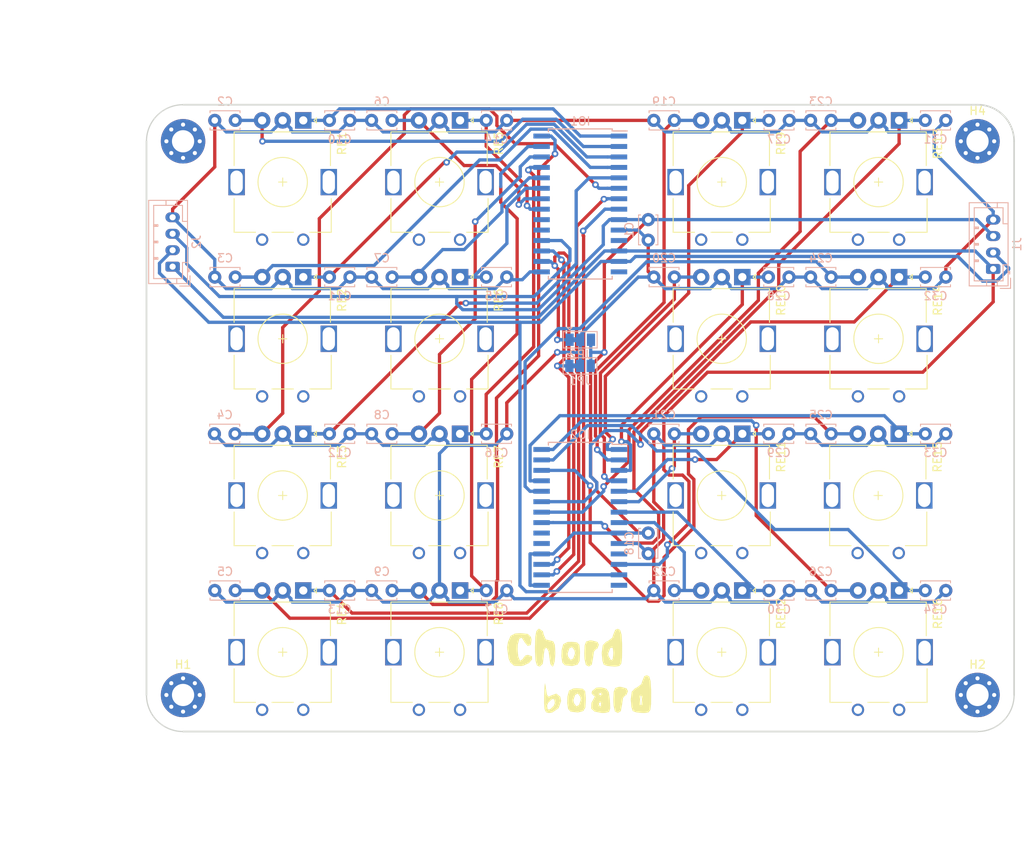
<source format=kicad_pcb>
(kicad_pcb (version 20171130) (host pcbnew 5.0.2+dfsg1-1)
  (layers (0 F.Cu signal) (31 B.Cu signal) (34 B.Paste user) (35 F.Paste user) (36 B.SilkS user) (37 F.SilkS user) (38 B.Mask user) (39 F.Mask user) (44 Edge.Cuts user))
  (net 0 "")
  (net 1 /T_GND)
  (net 2 /T_SDA)
  (net 3 /T_SCL)
  (net 4 /T_3V3)
  (net 5 "Net-(C2-Pad1)")
  (net 6 "Net-(C3-Pad1)")
  (net 7 "Net-(C4-Pad1)")
  (net 8 "Net-(C5-Pad1)")
  (net 9 "Net-(C6-Pad1)")
  (net 10 "Net-(C7-Pad1)")
  (net 11 "Net-(C8-Pad1)")
  (net 12 "Net-(C9-Pad1)")
  (net 13 "Net-(C10-Pad1)")
  (net 14 "Net-(C11-Pad1)")
  (net 15 "Net-(C12-Pad1)")
  (net 16 "Net-(C13-Pad1)")
  (net 17 "Net-(C14-Pad1)")
  (net 18 "Net-(C15-Pad1)")
  (net 19 "Net-(C16-Pad1)")
  (net 20 "Net-(C17-Pad1)")
  (net 21 "Net-(C19-Pad1)")
  (net 22 "Net-(C20-Pad1)")
  (net 23 "Net-(C21-Pad1)")
  (net 24 "Net-(C22-Pad1)")
  (net 25 "Net-(C23-Pad1)")
  (net 26 "Net-(C24-Pad1)")
  (net 27 "Net-(C25-Pad1)")
  (net 28 "Net-(C26-Pad1)")
  (net 29 "Net-(C27-Pad1)")
  (net 30 "Net-(C28-Pad1)")
  (net 31 "Net-(C29-Pad1)")
  (net 32 "Net-(C30-Pad1)")
  (net 33 "Net-(C31-Pad1)")
  (net 34 "Net-(C32-Pad1)")
  (net 35 "Net-(C33-Pad1)")
  (net 36 "Net-(C34-Pad1)")
  (net 37 /ADDR2)
  (net 38 /ADDR1)
  (module Connector_JST:JST_PH_B4B-PH-K_1x04_P2.00mm_Vertical (layer B.Cu) (at 693.42 56.515 90)
    (fp_text reference J2 (at 3 2.9 90) (layer B.SilkS) (effects (justify mirror)))
    (fp_text value T_I2C0)
    (pad 1 thru_hole roundrect (at 0 0 90) (size 1.2 1.75) (drill 0.75) (layers *.Cu *.Mask) (roundrect_rratio 0.208333) (net 3 /T_SCL))
    (pad 2 thru_hole oval (at 2 0 90) (size 1.2 1.75) (drill 0.75) (layers *.Cu *.Mask) (net 2 /T_SDA))
    (pad 3 thru_hole oval (at 4 0 90) (size 1.2 1.75) (drill 0.75) (layers *.Cu *.Mask) (net 4 /T_3V3))
    (pad 4 thru_hole oval (at 6 0 90) (size 1.2 1.75) (drill 0.75) (layers *.Cu *.Mask) (net 1 /T_GND))
  )
  (module Connector_JST:JST_PH_B4B-PH-K_1x04_P2.00mm_Vertical (layer B.Cu) (at 793.115 56.8 90)
    (fp_text reference J1 (at 3 2.9 90) (layer B.SilkS) (effects (justify mirror)))
    (fp_text value T_I2C0)
    (pad 1 thru_hole roundrect (at 0 0 90) (size 1.2 1.75) (drill 0.75) (layers *.Cu *.Mask) (roundrect_rratio 0.208333) (net 3 /T_SCL))
    (pad 2 thru_hole oval (at 2 0 90) (size 1.2 1.75) (drill 0.75) (layers *.Cu *.Mask) (net 2 /T_SDA))
    (pad 3 thru_hole oval (at 4 0 90) (size 1.2 1.75) (drill 0.75) (layers *.Cu *.Mask) (net 4 /T_3V3))
    (pad 4 thru_hole oval (at 6 0 90) (size 1.2 1.75) (drill 0.75) (layers *.Cu *.Mask) (net 1 /T_GND))
  )
  (module MountingHole:MountingHole_2.7mm_M2.5_Pad_Via (layer F.Cu) (at 694.69 108.585)
    (fp_text reference H1 (at 0 -3.7) (layer F.SilkS))
    (fp_text value MountingHole)
    (pad 1 thru_hole circle (at 1.431891 -1.431891) (size 0.8 0.8) (drill 0.5) (layers *.Cu *.Mask))
    (pad 1 thru_hole circle (at 0 -2.025) (size 0.8 0.8) (drill 0.5) (layers *.Cu *.Mask))
    (pad 1 thru_hole circle (at -1.431891 -1.431891) (size 0.8 0.8) (drill 0.5) (layers *.Cu *.Mask))
    (pad 1 thru_hole circle (at -2.025 0) (size 0.8 0.8) (drill 0.5) (layers *.Cu *.Mask))
    (pad 1 thru_hole circle (at -1.431891 1.431891) (size 0.8 0.8) (drill 0.5) (layers *.Cu *.Mask))
    (pad 1 thru_hole circle (at 0 2.025) (size 0.8 0.8) (drill 0.5) (layers *.Cu *.Mask))
    (pad 1 thru_hole circle (at 1.431891 1.431891) (size 0.8 0.8) (drill 0.5) (layers *.Cu *.Mask))
    (pad 1 thru_hole circle (at 2.025 0) (size 0.8 0.8) (drill 0.5) (layers *.Cu *.Mask))
    (pad 1 thru_hole circle (at 0 0) (size 5.4 5.4) (drill 2.7) (layers *.Cu *.Mask))
  )
  (module MountingHole:MountingHole_2.7mm_M2.5_Pad_Via (layer F.Cu) (at 791.21 108.585)
    (fp_text reference H2 (at 0 -3.7) (layer F.SilkS))
    (fp_text value MountingHole)
    (pad 1 thru_hole circle (at 0 0) (size 5.4 5.4) (drill 2.7) (layers *.Cu *.Mask))
    (pad 1 thru_hole circle (at 2.025 0) (size 0.8 0.8) (drill 0.5) (layers *.Cu *.Mask))
    (pad 1 thru_hole circle (at 1.431891 1.431891) (size 0.8 0.8) (drill 0.5) (layers *.Cu *.Mask))
    (pad 1 thru_hole circle (at 0 2.025) (size 0.8 0.8) (drill 0.5) (layers *.Cu *.Mask))
    (pad 1 thru_hole circle (at -1.431891 1.431891) (size 0.8 0.8) (drill 0.5) (layers *.Cu *.Mask))
    (pad 1 thru_hole circle (at -2.025 0) (size 0.8 0.8) (drill 0.5) (layers *.Cu *.Mask))
    (pad 1 thru_hole circle (at -1.431891 -1.431891) (size 0.8 0.8) (drill 0.5) (layers *.Cu *.Mask))
    (pad 1 thru_hole circle (at 0 -2.025) (size 0.8 0.8) (drill 0.5) (layers *.Cu *.Mask))
    (pad 1 thru_hole circle (at 1.431891 -1.431891) (size 0.8 0.8) (drill 0.5) (layers *.Cu *.Mask))
  )
  (module MountingHole:MountingHole_2.7mm_M2.5_Pad_Via (layer F.Cu) (at 694.69 41.275)
    (fp_text reference H3 hide)
    (fp_text value MountingHole)
    (pad 1 thru_hole circle (at 1.431891 -1.431891) (size 0.8 0.8) (drill 0.5) (layers *.Cu *.Mask))
    (pad 1 thru_hole circle (at 0 -2.025) (size 0.8 0.8) (drill 0.5) (layers *.Cu *.Mask))
    (pad 1 thru_hole circle (at -1.431891 -1.431891) (size 0.8 0.8) (drill 0.5) (layers *.Cu *.Mask))
    (pad 1 thru_hole circle (at -2.025 0) (size 0.8 0.8) (drill 0.5) (layers *.Cu *.Mask))
    (pad 1 thru_hole circle (at -1.431891 1.431891) (size 0.8 0.8) (drill 0.5) (layers *.Cu *.Mask))
    (pad 1 thru_hole circle (at 0 2.025) (size 0.8 0.8) (drill 0.5) (layers *.Cu *.Mask))
    (pad 1 thru_hole circle (at 1.431891 1.431891) (size 0.8 0.8) (drill 0.5) (layers *.Cu *.Mask))
    (pad 1 thru_hole circle (at 2.025 0) (size 0.8 0.8) (drill 0.5) (layers *.Cu *.Mask))
    (pad 1 thru_hole circle (at 0 0) (size 5.4 5.4) (drill 2.7) (layers *.Cu *.Mask))
  )
  (module MountingHole:MountingHole_2.7mm_M2.5_Pad_Via (layer F.Cu) (at 791.21 41.275)
    (fp_text reference H4 (at 0 -3.7) (layer F.SilkS))
    (fp_text value MountingHole)
    (pad 1 thru_hole circle (at 0 0) (size 5.4 5.4) (drill 2.7) (layers *.Cu *.Mask))
    (pad 1 thru_hole circle (at 2.025 0) (size 0.8 0.8) (drill 0.5) (layers *.Cu *.Mask))
    (pad 1 thru_hole circle (at 1.431891 1.431891) (size 0.8 0.8) (drill 0.5) (layers *.Cu *.Mask))
    (pad 1 thru_hole circle (at 0 2.025) (size 0.8 0.8) (drill 0.5) (layers *.Cu *.Mask))
    (pad 1 thru_hole circle (at -1.431891 1.431891) (size 0.8 0.8) (drill 0.5) (layers *.Cu *.Mask))
    (pad 1 thru_hole circle (at -2.025 0) (size 0.8 0.8) (drill 0.5) (layers *.Cu *.Mask))
    (pad 1 thru_hole circle (at -1.431891 -1.431891) (size 0.8 0.8) (drill 0.5) (layers *.Cu *.Mask))
    (pad 1 thru_hole circle (at 0 -2.025) (size 0.8 0.8) (drill 0.5) (layers *.Cu *.Mask))
    (pad 1 thru_hole circle (at 1.431891 -1.431891) (size 0.8 0.8) (drill 0.5) (layers *.Cu *.Mask))
  )
  (module Package_SO:SOIC-28W_7.5x17.9mm_P1.27mm (layer B.Cu) (at 742.95 48.895 180)
    (fp_text reference IO1 (at 0 10.05 180) (layer B.SilkS) (effects (justify mirror)))
    (fp_text value MCP23017_SO)
    (pad 28 smd rect (at 4.7 8.255 180) (size 2 0.6) (layers B.Cu B.Paste B.Mask) (net 12 "Net-(C9-Pad1)"))
    (pad 27 smd rect (at 4.7 6.985 180) (size 2 0.6) (layers B.Cu B.Paste B.Mask) (net 20 "Net-(C17-Pad1)"))
    (pad 26 smd rect (at 4.7 5.715 180) (size 2 0.6) (layers B.Cu B.Paste B.Mask) (net 11 "Net-(C8-Pad1)"))
    (pad 25 smd rect (at 4.7 4.445 180) (size 2 0.6) (layers B.Cu B.Paste B.Mask) (net 19 "Net-(C16-Pad1)"))
    (pad 24 smd rect (at 4.7 3.175 180) (size 2 0.6) (layers B.Cu B.Paste B.Mask) (net 10 "Net-(C7-Pad1)"))
    (pad 23 smd rect (at 4.7 1.905 180) (size 2 0.6) (layers B.Cu B.Paste B.Mask) (net 18 "Net-(C15-Pad1)"))
    (pad 22 smd rect (at 4.7 0.635 180) (size 2 0.6) (layers B.Cu B.Paste B.Mask) (net 9 "Net-(C6-Pad1)"))
    (pad 21 smd rect (at 4.7 -0.635 180) (size 2 0.6) (layers B.Cu B.Paste B.Mask) (net 17 "Net-(C14-Pad1)"))
    (pad 20 smd rect (at 4.7 -1.905 180) (size 2 0.6) (layers B.Cu B.Paste B.Mask))
    (pad 19 smd rect (at 4.7 -3.175 180) (size 2 0.6) (layers B.Cu B.Paste B.Mask))
    (pad 18 smd rect (at 4.7 -4.445 180) (size 2 0.6) (layers B.Cu B.Paste B.Mask) (net 4 /T_3V3))
    (pad 17 smd rect (at 4.7 -5.715 180) (size 2 0.6) (layers B.Cu B.Paste B.Mask) (net 37 /ADDR2))
    (pad 16 smd rect (at 4.7 -6.985 180) (size 2 0.6) (layers B.Cu B.Paste B.Mask) (net 38 /ADDR1))
    (pad 15 smd rect (at 4.7 -8.255 180) (size 2 0.6) (layers B.Cu B.Paste B.Mask) (net 1 /T_GND))
    (pad 14 smd rect (at -4.7 -8.255 180) (size 2 0.6) (layers B.Cu B.Paste B.Mask))
    (pad 13 smd rect (at -4.7 -6.985 180) (size 2 0.6) (layers B.Cu B.Paste B.Mask) (net 2 /T_SDA))
    (pad 12 smd rect (at -4.7 -5.715 180) (size 2 0.6) (layers B.Cu B.Paste B.Mask) (net 3 /T_SCL))
    (pad 11 smd rect (at -4.7 -4.445 180) (size 2 0.6) (layers B.Cu B.Paste B.Mask))
    (pad 10 smd rect (at -4.7 -3.175 180) (size 2 0.6) (layers B.Cu B.Paste B.Mask) (net 1 /T_GND))
    (pad 9 smd rect (at -4.7 -1.905 180) (size 2 0.6) (layers B.Cu B.Paste B.Mask) (net 4 /T_3V3))
    (pad 8 smd rect (at -4.7 -0.635 180) (size 2 0.6) (layers B.Cu B.Paste B.Mask) (net 8 "Net-(C5-Pad1)"))
    (pad 7 smd rect (at -4.7 0.635 180) (size 2 0.6) (layers B.Cu B.Paste B.Mask) (net 16 "Net-(C13-Pad1)"))
    (pad 6 smd rect (at -4.7 1.905 180) (size 2 0.6) (layers B.Cu B.Paste B.Mask) (net 7 "Net-(C4-Pad1)"))
    (pad 5 smd rect (at -4.7 3.175 180) (size 2 0.6) (layers B.Cu B.Paste B.Mask) (net 15 "Net-(C12-Pad1)"))
    (pad 4 smd rect (at -4.7 4.445 180) (size 2 0.6) (layers B.Cu B.Paste B.Mask) (net 6 "Net-(C3-Pad1)"))
    (pad 3 smd rect (at -4.7 5.715 180) (size 2 0.6) (layers B.Cu B.Paste B.Mask) (net 14 "Net-(C11-Pad1)"))
    (pad 2 smd rect (at -4.7 6.985 180) (size 2 0.6) (layers B.Cu B.Paste B.Mask) (net 5 "Net-(C2-Pad1)"))
    (pad 1 smd rect (at -4.7 8.255 180) (size 2 0.6) (layers B.Cu B.Paste B.Mask) (net 13 "Net-(C10-Pad1)"))
  )
  (module Rotary_Encoder:RotaryEncoder_Alps_EC11E_Vertical_H20mm (layer F.Cu) (at 709.295 38.735 270)
    (fp_text reference RE1 (at 2.8 -4.7 270) (layer F.SilkS))
    (fp_text value Rotary_Encoder)
    (pad "" thru_hole circle (at 14.5 5 270) (size 1.5 1.5) (drill 1) (layers *.Cu *.Mask))
    (pad "" thru_hole circle (at 14.5 0 270) (size 1.5 1.5) (drill 1) (layers *.Cu *.Mask))
    (pad MP thru_hole rect (at 7.5 8.1 270) (size 3.2 2) (drill oval 2.8 1.5) (layers *.Cu *.Mask))
    (pad MP thru_hole rect (at 7.5 -3.1 270) (size 3.2 2) (drill oval 2.8 1.5) (layers *.Cu *.Mask))
    (pad B thru_hole circle (at 0 5 270) (size 2 2) (drill 1) (layers *.Cu *.Mask) (net 5 "Net-(C2-Pad1)"))
    (pad C thru_hole circle (at 0 2.5 270) (size 2 2) (drill 1) (layers *.Cu *.Mask) (net 1 /T_GND))
    (pad A thru_hole rect (at 0 0 270) (size 2 2) (drill 1) (layers *.Cu *.Mask) (net 13 "Net-(C10-Pad1)"))
  )
  (module Rotary_Encoder:RotaryEncoder_Alps_EC11E_Vertical_H20mm (layer F.Cu) (at 709.295 57.785 270)
    (fp_text reference RE2 (at 2.8 -4.7 270) (layer F.SilkS))
    (fp_text value Rotary_Encoder)
    (pad A thru_hole rect (at 0 0 270) (size 2 2) (drill 1) (layers *.Cu *.Mask) (net 14 "Net-(C11-Pad1)"))
    (pad C thru_hole circle (at 0 2.5 270) (size 2 2) (drill 1) (layers *.Cu *.Mask) (net 1 /T_GND))
    (pad B thru_hole circle (at 0 5 270) (size 2 2) (drill 1) (layers *.Cu *.Mask) (net 6 "Net-(C3-Pad1)"))
    (pad MP thru_hole rect (at 7.5 -3.1 270) (size 3.2 2) (drill oval 2.8 1.5) (layers *.Cu *.Mask))
    (pad MP thru_hole rect (at 7.5 8.1 270) (size 3.2 2) (drill oval 2.8 1.5) (layers *.Cu *.Mask))
    (pad "" thru_hole circle (at 14.5 0 270) (size 1.5 1.5) (drill 1) (layers *.Cu *.Mask))
    (pad "" thru_hole circle (at 14.5 5 270) (size 1.5 1.5) (drill 1) (layers *.Cu *.Mask))
  )
  (module Rotary_Encoder:RotaryEncoder_Alps_EC11E_Vertical_H20mm (layer F.Cu) (at 709.295 76.835 270)
    (fp_text reference RE3 (at 2.8 -4.7 270) (layer F.SilkS))
    (fp_text value Rotary_Encoder)
    (pad A thru_hole rect (at 0 0 270) (size 2 2) (drill 1) (layers *.Cu *.Mask) (net 15 "Net-(C12-Pad1)"))
    (pad C thru_hole circle (at 0 2.5 270) (size 2 2) (drill 1) (layers *.Cu *.Mask) (net 1 /T_GND))
    (pad B thru_hole circle (at 0 5 270) (size 2 2) (drill 1) (layers *.Cu *.Mask) (net 7 "Net-(C4-Pad1)"))
    (pad MP thru_hole rect (at 7.5 -3.1 270) (size 3.2 2) (drill oval 2.8 1.5) (layers *.Cu *.Mask))
    (pad MP thru_hole rect (at 7.5 8.1 270) (size 3.2 2) (drill oval 2.8 1.5) (layers *.Cu *.Mask))
    (pad "" thru_hole circle (at 14.5 0 270) (size 1.5 1.5) (drill 1) (layers *.Cu *.Mask))
    (pad "" thru_hole circle (at 14.5 5 270) (size 1.5 1.5) (drill 1) (layers *.Cu *.Mask))
  )
  (module Rotary_Encoder:RotaryEncoder_Alps_EC11E_Vertical_H20mm (layer F.Cu) (at 709.295 95.885 270)
    (fp_text reference RE4 (at 2.8 -4.7 270) (layer F.SilkS))
    (fp_text value Rotary_Encoder)
    (pad A thru_hole rect (at 0 0 270) (size 2 2) (drill 1) (layers *.Cu *.Mask) (net 16 "Net-(C13-Pad1)"))
    (pad C thru_hole circle (at 0 2.5 270) (size 2 2) (drill 1) (layers *.Cu *.Mask) (net 1 /T_GND))
    (pad B thru_hole circle (at 0 5 270) (size 2 2) (drill 1) (layers *.Cu *.Mask) (net 8 "Net-(C5-Pad1)"))
    (pad MP thru_hole rect (at 7.5 -3.1 270) (size 3.2 2) (drill oval 2.8 1.5) (layers *.Cu *.Mask))
    (pad MP thru_hole rect (at 7.5 8.1 270) (size 3.2 2) (drill oval 2.8 1.5) (layers *.Cu *.Mask))
    (pad "" thru_hole circle (at 14.5 0 270) (size 1.5 1.5) (drill 1) (layers *.Cu *.Mask))
    (pad "" thru_hole circle (at 14.5 5 270) (size 1.5 1.5) (drill 1) (layers *.Cu *.Mask))
  )
  (module Rotary_Encoder:RotaryEncoder_Alps_EC11E_Vertical_H20mm (layer F.Cu) (at 728.345 38.735 270)
    (fp_text reference RE5 (at 2.8 -4.7 270) (layer F.SilkS))
    (fp_text value Rotary_Encoder)
    (pad A thru_hole rect (at 0 0 270) (size 2 2) (drill 1) (layers *.Cu *.Mask) (net 17 "Net-(C14-Pad1)"))
    (pad C thru_hole circle (at 0 2.5 270) (size 2 2) (drill 1) (layers *.Cu *.Mask) (net 1 /T_GND))
    (pad B thru_hole circle (at 0 5 270) (size 2 2) (drill 1) (layers *.Cu *.Mask) (net 9 "Net-(C6-Pad1)"))
    (pad MP thru_hole rect (at 7.5 -3.1 270) (size 3.2 2) (drill oval 2.8 1.5) (layers *.Cu *.Mask))
    (pad MP thru_hole rect (at 7.5 8.1 270) (size 3.2 2) (drill oval 2.8 1.5) (layers *.Cu *.Mask))
    (pad "" thru_hole circle (at 14.5 0 270) (size 1.5 1.5) (drill 1) (layers *.Cu *.Mask))
    (pad "" thru_hole circle (at 14.5 5 270) (size 1.5 1.5) (drill 1) (layers *.Cu *.Mask))
  )
  (module Rotary_Encoder:RotaryEncoder_Alps_EC11E_Vertical_H20mm (layer F.Cu) (at 728.345 57.785 270)
    (fp_text reference RE6 (at 2.8 -4.7 270) (layer F.SilkS))
    (fp_text value Rotary_Encoder)
    (pad A thru_hole rect (at 0 0 270) (size 2 2) (drill 1) (layers *.Cu *.Mask) (net 18 "Net-(C15-Pad1)"))
    (pad C thru_hole circle (at 0 2.5 270) (size 2 2) (drill 1) (layers *.Cu *.Mask) (net 1 /T_GND))
    (pad B thru_hole circle (at 0 5 270) (size 2 2) (drill 1) (layers *.Cu *.Mask) (net 10 "Net-(C7-Pad1)"))
    (pad MP thru_hole rect (at 7.5 -3.1 270) (size 3.2 2) (drill oval 2.8 1.5) (layers *.Cu *.Mask))
    (pad MP thru_hole rect (at 7.5 8.1 270) (size 3.2 2) (drill oval 2.8 1.5) (layers *.Cu *.Mask))
    (pad "" thru_hole circle (at 14.5 0 270) (size 1.5 1.5) (drill 1) (layers *.Cu *.Mask))
    (pad "" thru_hole circle (at 14.5 5 270) (size 1.5 1.5) (drill 1) (layers *.Cu *.Mask))
  )
  (module Capacitor_THT:C_Disc_D3.4mm_W2.1mm_P2.50mm (layer B.Cu) (at 751.205 50.8 270)
    (fp_text reference C1 (at 1.25 2.3 270) (layer B.SilkS) (effects (justify mirror)))
    (fp_text value C)
    (pad 2 thru_hole circle (at 2.5 0 270) (size 1.6 1.6) (drill 0.8) (layers *.Cu *.Mask) (net 1 /T_GND))
    (pad 1 thru_hole circle (at 0 0 270) (size 1.6 1.6) (drill 0.8) (layers *.Cu *.Mask) (net 4 /T_3V3))
  )
  (module Rotary_Encoder:RotaryEncoder_Alps_EC11E_Vertical_H20mm (layer F.Cu) (at 728.345 76.835 270)
    (fp_text reference RE7 (at 2.8 -4.7 270) (layer F.SilkS))
    (fp_text value Rotary_Encoder)
    (pad "" thru_hole circle (at 14.5 5 270) (size 1.5 1.5) (drill 1) (layers *.Cu *.Mask))
    (pad "" thru_hole circle (at 14.5 0 270) (size 1.5 1.5) (drill 1) (layers *.Cu *.Mask))
    (pad MP thru_hole rect (at 7.5 8.1 270) (size 3.2 2) (drill oval 2.8 1.5) (layers *.Cu *.Mask))
    (pad MP thru_hole rect (at 7.5 -3.1 270) (size 3.2 2) (drill oval 2.8 1.5) (layers *.Cu *.Mask))
    (pad B thru_hole circle (at 0 5 270) (size 2 2) (drill 1) (layers *.Cu *.Mask) (net 11 "Net-(C8-Pad1)"))
    (pad C thru_hole circle (at 0 2.5 270) (size 2 2) (drill 1) (layers *.Cu *.Mask) (net 1 /T_GND))
    (pad A thru_hole rect (at 0 0 270) (size 2 2) (drill 1) (layers *.Cu *.Mask) (net 19 "Net-(C16-Pad1)"))
  )
  (module Rotary_Encoder:RotaryEncoder_Alps_EC11E_Vertical_H20mm (layer F.Cu) (at 728.345 95.885 270)
    (fp_text reference RE8 (at 2.8 -4.7 270) (layer F.SilkS))
    (fp_text value Rotary_Encoder)
    (pad A thru_hole rect (at 0 0 270) (size 2 2) (drill 1) (layers *.Cu *.Mask) (net 20 "Net-(C17-Pad1)"))
    (pad C thru_hole circle (at 0 2.5 270) (size 2 2) (drill 1) (layers *.Cu *.Mask) (net 1 /T_GND))
    (pad B thru_hole circle (at 0 5 270) (size 2 2) (drill 1) (layers *.Cu *.Mask) (net 12 "Net-(C9-Pad1)"))
    (pad MP thru_hole rect (at 7.5 -3.1 270) (size 3.2 2) (drill oval 2.8 1.5) (layers *.Cu *.Mask))
    (pad MP thru_hole rect (at 7.5 8.1 270) (size 3.2 2) (drill oval 2.8 1.5) (layers *.Cu *.Mask))
    (pad "" thru_hole circle (at 14.5 0 270) (size 1.5 1.5) (drill 1) (layers *.Cu *.Mask))
    (pad "" thru_hole circle (at 14.5 5 270) (size 1.5 1.5) (drill 1) (layers *.Cu *.Mask))
  )
  (module Capacitor_THT:C_Disc_D3.4mm_W2.1mm_P2.50mm (layer B.Cu) (at 701.04 38.735 180)
    (fp_text reference C2 (at 1.25 2.3 180) (layer B.SilkS) (effects (justify mirror)))
    (fp_text value C)
    (pad 2 thru_hole circle (at 2.5 0 180) (size 1.6 1.6) (drill 0.8) (layers *.Cu *.Mask) (net 1 /T_GND))
    (pad 1 thru_hole circle (at 0 0 180) (size 1.6 1.6) (drill 0.8) (layers *.Cu *.Mask) (net 5 "Net-(C2-Pad1)"))
  )
  (module Capacitor_THT:C_Disc_D3.4mm_W2.1mm_P2.50mm (layer B.Cu) (at 701.04 57.785 180)
    (fp_text reference C3 (at 1.25 2.3 180) (layer B.SilkS) (effects (justify mirror)))
    (fp_text value C)
    (pad 2 thru_hole circle (at 2.5 0 180) (size 1.6 1.6) (drill 0.8) (layers *.Cu *.Mask) (net 1 /T_GND))
    (pad 1 thru_hole circle (at 0 0 180) (size 1.6 1.6) (drill 0.8) (layers *.Cu *.Mask) (net 6 "Net-(C3-Pad1)"))
  )
  (module Capacitor_THT:C_Disc_D3.4mm_W2.1mm_P2.50mm (layer B.Cu) (at 701 76.835 180)
    (fp_text reference C4 (at 1.25 2.3 180) (layer B.SilkS) (effects (justify mirror)))
    (fp_text value C)
    (pad 2 thru_hole circle (at 2.5 0 180) (size 1.6 1.6) (drill 0.8) (layers *.Cu *.Mask) (net 1 /T_GND))
    (pad 1 thru_hole circle (at 0 0 180) (size 1.6 1.6) (drill 0.8) (layers *.Cu *.Mask) (net 7 "Net-(C4-Pad1)"))
  )
  (module Capacitor_THT:C_Disc_D3.4mm_W2.1mm_P2.50mm (layer B.Cu) (at 701.04 95.885 180)
    (fp_text reference C5 (at 1.25 2.3 180) (layer B.SilkS) (effects (justify mirror)))
    (fp_text value C)
    (pad 2 thru_hole circle (at 2.5 0 180) (size 1.6 1.6) (drill 0.8) (layers *.Cu *.Mask) (net 1 /T_GND))
    (pad 1 thru_hole circle (at 0 0 180) (size 1.6 1.6) (drill 0.8) (layers *.Cu *.Mask) (net 8 "Net-(C5-Pad1)"))
  )
  (module Capacitor_THT:C_Disc_D3.4mm_W2.1mm_P2.50mm (layer B.Cu) (at 720.09 38.735 180)
    (fp_text reference C6 (at 1.25 2.3 180) (layer B.SilkS) (effects (justify mirror)))
    (fp_text value C)
    (pad 2 thru_hole circle (at 2.5 0 180) (size 1.6 1.6) (drill 0.8) (layers *.Cu *.Mask) (net 1 /T_GND))
    (pad 1 thru_hole circle (at 0 0 180) (size 1.6 1.6) (drill 0.8) (layers *.Cu *.Mask) (net 9 "Net-(C6-Pad1)"))
  )
  (module Capacitor_THT:C_Disc_D3.4mm_W2.1mm_P2.50mm (layer B.Cu) (at 720.09 57.785 180)
    (fp_text reference C7 (at 1.25 2.3 180) (layer B.SilkS) (effects (justify mirror)))
    (fp_text value C)
    (pad 2 thru_hole circle (at 2.5 0 180) (size 1.6 1.6) (drill 0.8) (layers *.Cu *.Mask) (net 1 /T_GND))
    (pad 1 thru_hole circle (at 0 0 180) (size 1.6 1.6) (drill 0.8) (layers *.Cu *.Mask) (net 10 "Net-(C7-Pad1)"))
  )
  (module Capacitor_THT:C_Disc_D3.4mm_W2.1mm_P2.50mm (layer B.Cu) (at 720.09 76.835 180)
    (fp_text reference C8 (at 1.25 2.3 180) (layer B.SilkS) (effects (justify mirror)))
    (fp_text value C)
    (pad 2 thru_hole circle (at 2.5 0 180) (size 1.6 1.6) (drill 0.8) (layers *.Cu *.Mask) (net 1 /T_GND))
    (pad 1 thru_hole circle (at 0 0 180) (size 1.6 1.6) (drill 0.8) (layers *.Cu *.Mask) (net 11 "Net-(C8-Pad1)"))
  )
  (module Capacitor_THT:C_Disc_D3.4mm_W2.1mm_P2.50mm (layer B.Cu) (at 720.09 95.885 180)
    (fp_text reference C9 (at 1.25 2.3 180) (layer B.SilkS) (effects (justify mirror)))
    (fp_text value C)
    (pad 2 thru_hole circle (at 2.5 0 180) (size 1.6 1.6) (drill 0.8) (layers *.Cu *.Mask) (net 1 /T_GND))
    (pad 1 thru_hole circle (at 0 0 180) (size 1.6 1.6) (drill 0.8) (layers *.Cu *.Mask) (net 12 "Net-(C9-Pad1)"))
  )
  (module Capacitor_THT:C_Disc_D3.4mm_W2.1mm_P2.50mm (layer B.Cu) (at 712.47 38.735)
    (fp_text reference C10 (at 1.25 2.3) (layer B.SilkS) (effects (justify mirror)))
    (fp_text value C)
    (pad 1 thru_hole circle (at 0 0) (size 1.6 1.6) (drill 0.8) (layers *.Cu *.Mask) (net 13 "Net-(C10-Pad1)"))
    (pad 2 thru_hole circle (at 2.5 0) (size 1.6 1.6) (drill 0.8) (layers *.Cu *.Mask) (net 1 /T_GND))
  )
  (module Capacitor_THT:C_Disc_D3.4mm_W2.1mm_P2.50mm (layer B.Cu) (at 712.47 57.785)
    (fp_text reference C11 (at 1.25 2.3) (layer B.SilkS) (effects (justify mirror)))
    (fp_text value C)
    (pad 1 thru_hole circle (at 0 0) (size 1.6 1.6) (drill 0.8) (layers *.Cu *.Mask) (net 14 "Net-(C11-Pad1)"))
    (pad 2 thru_hole circle (at 2.5 0) (size 1.6 1.6) (drill 0.8) (layers *.Cu *.Mask) (net 1 /T_GND))
  )
  (module Capacitor_THT:C_Disc_D3.4mm_W2.1mm_P2.50mm (layer B.Cu) (at 712.47 76.835)
    (fp_text reference C12 (at 1.25 2.3) (layer B.SilkS) (effects (justify mirror)))
    (fp_text value C)
    (pad 1 thru_hole circle (at 0 0) (size 1.6 1.6) (drill 0.8) (layers *.Cu *.Mask) (net 15 "Net-(C12-Pad1)"))
    (pad 2 thru_hole circle (at 2.5 0) (size 1.6 1.6) (drill 0.8) (layers *.Cu *.Mask) (net 1 /T_GND))
  )
  (module Capacitor_THT:C_Disc_D3.4mm_W2.1mm_P2.50mm (layer B.Cu) (at 712.47 95.885)
    (fp_text reference C13 (at 1.25 2.3) (layer B.SilkS) (effects (justify mirror)))
    (fp_text value C)
    (pad 1 thru_hole circle (at 0 0) (size 1.6 1.6) (drill 0.8) (layers *.Cu *.Mask) (net 16 "Net-(C13-Pad1)"))
    (pad 2 thru_hole circle (at 2.5 0) (size 1.6 1.6) (drill 0.8) (layers *.Cu *.Mask) (net 1 /T_GND))
  )
  (module Capacitor_THT:C_Disc_D3.4mm_W2.1mm_P2.50mm (layer B.Cu) (at 731.52 38.735)
    (fp_text reference C14 (at 1.25 2.3) (layer B.SilkS) (effects (justify mirror)))
    (fp_text value C)
    (pad 1 thru_hole circle (at 0 0) (size 1.6 1.6) (drill 0.8) (layers *.Cu *.Mask) (net 17 "Net-(C14-Pad1)"))
    (pad 2 thru_hole circle (at 2.5 0) (size 1.6 1.6) (drill 0.8) (layers *.Cu *.Mask) (net 1 /T_GND))
  )
  (module Capacitor_THT:C_Disc_D3.4mm_W2.1mm_P2.50mm (layer B.Cu) (at 731.52 57.785)
    (fp_text reference C15 (at 1.25 2.3) (layer B.SilkS) (effects (justify mirror)))
    (fp_text value C)
    (pad 1 thru_hole circle (at 0 0) (size 1.6 1.6) (drill 0.8) (layers *.Cu *.Mask) (net 18 "Net-(C15-Pad1)"))
    (pad 2 thru_hole circle (at 2.5 0) (size 1.6 1.6) (drill 0.8) (layers *.Cu *.Mask) (net 1 /T_GND))
  )
  (module Capacitor_THT:C_Disc_D3.4mm_W2.1mm_P2.50mm (layer B.Cu) (at 731.52 76.835)
    (fp_text reference C16 (at 1.25 2.3) (layer B.SilkS) (effects (justify mirror)))
    (fp_text value C)
    (pad 1 thru_hole circle (at 0 0) (size 1.6 1.6) (drill 0.8) (layers *.Cu *.Mask) (net 19 "Net-(C16-Pad1)"))
    (pad 2 thru_hole circle (at 2.5 0) (size 1.6 1.6) (drill 0.8) (layers *.Cu *.Mask) (net 1 /T_GND))
  )
  (module Capacitor_THT:C_Disc_D3.4mm_W2.1mm_P2.50mm (layer B.Cu) (at 731.52 95.885)
    (fp_text reference C17 (at 1.25 2.3) (layer B.SilkS) (effects (justify mirror)))
    (fp_text value C)
    (pad 1 thru_hole circle (at 0 0) (size 1.6 1.6) (drill 0.8) (layers *.Cu *.Mask) (net 20 "Net-(C17-Pad1)"))
    (pad 2 thru_hole circle (at 2.5 0) (size 1.6 1.6) (drill 0.8) (layers *.Cu *.Mask) (net 1 /T_GND))
  )
  (module Capacitor_THT:C_Disc_D3.4mm_W2.1mm_P2.50mm (layer B.Cu) (at 751.205 88.9 270)
    (fp_text reference C18 (at 1.25 2.3 270) (layer B.SilkS) (effects (justify mirror)))
    (fp_text value C)
    (pad 1 thru_hole circle (at 0 0 270) (size 1.6 1.6) (drill 0.8) (layers *.Cu *.Mask) (net 4 /T_3V3))
    (pad 2 thru_hole circle (at 2.5 0 270) (size 1.6 1.6) (drill 0.8) (layers *.Cu *.Mask) (net 1 /T_GND))
  )
  (module Capacitor_THT:C_Disc_D3.4mm_W2.1mm_P2.50mm (layer B.Cu) (at 754.38 38.735 180)
    (fp_text reference C19 (at 1.25 2.3 180) (layer B.SilkS) (effects (justify mirror)))
    (fp_text value C)
    (pad 2 thru_hole circle (at 2.5 0 180) (size 1.6 1.6) (drill 0.8) (layers *.Cu *.Mask) (net 1 /T_GND))
    (pad 1 thru_hole circle (at 0 0 180) (size 1.6 1.6) (drill 0.8) (layers *.Cu *.Mask) (net 21 "Net-(C19-Pad1)"))
  )
  (module Capacitor_THT:C_Disc_D3.4mm_W2.1mm_P2.50mm (layer B.Cu) (at 754.38 57.785 180)
    (fp_text reference C20 (at 1.25 2.3 180) (layer B.SilkS) (effects (justify mirror)))
    (fp_text value C)
    (pad 1 thru_hole circle (at 0 0 180) (size 1.6 1.6) (drill 0.8) (layers *.Cu *.Mask) (net 22 "Net-(C20-Pad1)"))
    (pad 2 thru_hole circle (at 2.5 0 180) (size 1.6 1.6) (drill 0.8) (layers *.Cu *.Mask) (net 1 /T_GND))
  )
  (module Capacitor_THT:C_Disc_D3.4mm_W2.1mm_P2.50mm (layer B.Cu) (at 754.38 76.835 180)
    (fp_text reference C21 (at 1.25 2.3 180) (layer B.SilkS) (effects (justify mirror)))
    (fp_text value C)
    (pad 1 thru_hole circle (at 0 0 180) (size 1.6 1.6) (drill 0.8) (layers *.Cu *.Mask) (net 23 "Net-(C21-Pad1)"))
    (pad 2 thru_hole circle (at 2.5 0 180) (size 1.6 1.6) (drill 0.8) (layers *.Cu *.Mask) (net 1 /T_GND))
  )
  (module Capacitor_THT:C_Disc_D3.4mm_W2.1mm_P2.50mm (layer B.Cu) (at 754.38 95.885 180)
    (fp_text reference C22 (at 1.25 2.3 180) (layer B.SilkS) (effects (justify mirror)))
    (fp_text value C)
    (pad 1 thru_hole circle (at 0 0 180) (size 1.6 1.6) (drill 0.8) (layers *.Cu *.Mask) (net 24 "Net-(C22-Pad1)"))
    (pad 2 thru_hole circle (at 2.5 0 180) (size 1.6 1.6) (drill 0.8) (layers *.Cu *.Mask) (net 1 /T_GND))
  )
  (module Capacitor_THT:C_Disc_D3.4mm_W2.1mm_P2.50mm (layer B.Cu) (at 773.43 38.735 180)
    (fp_text reference C23 (at 1.25 2.3 180) (layer B.SilkS) (effects (justify mirror)))
    (fp_text value C)
    (pad 1 thru_hole circle (at 0 0 180) (size 1.6 1.6) (drill 0.8) (layers *.Cu *.Mask) (net 25 "Net-(C23-Pad1)"))
    (pad 2 thru_hole circle (at 2.5 0 180) (size 1.6 1.6) (drill 0.8) (layers *.Cu *.Mask) (net 1 /T_GND))
  )
  (module Capacitor_THT:C_Disc_D3.4mm_W2.1mm_P2.50mm (layer B.Cu) (at 773.43 57.785 180)
    (fp_text reference C24 (at 1.25 2.3 180) (layer B.SilkS) (effects (justify mirror)))
    (fp_text value C)
    (pad 1 thru_hole circle (at 0 0 180) (size 1.6 1.6) (drill 0.8) (layers *.Cu *.Mask) (net 26 "Net-(C24-Pad1)"))
    (pad 2 thru_hole circle (at 2.5 0 180) (size 1.6 1.6) (drill 0.8) (layers *.Cu *.Mask) (net 1 /T_GND))
  )
  (module Capacitor_THT:C_Disc_D3.4mm_W2.1mm_P2.50mm (layer B.Cu) (at 773.43 76.835 180)
    (fp_text reference C25 (at 1.25 2.3 180) (layer B.SilkS) (effects (justify mirror)))
    (fp_text value C)
    (pad 1 thru_hole circle (at 0 0 180) (size 1.6 1.6) (drill 0.8) (layers *.Cu *.Mask) (net 27 "Net-(C25-Pad1)"))
    (pad 2 thru_hole circle (at 2.5 0 180) (size 1.6 1.6) (drill 0.8) (layers *.Cu *.Mask) (net 1 /T_GND))
  )
  (module Capacitor_THT:C_Disc_D3.4mm_W2.1mm_P2.50mm (layer B.Cu) (at 773.43 95.885 180)
    (fp_text reference C26 (at 1.25 2.3 180) (layer B.SilkS) (effects (justify mirror)))
    (fp_text value C)
    (pad 1 thru_hole circle (at 0 0 180) (size 1.6 1.6) (drill 0.8) (layers *.Cu *.Mask) (net 28 "Net-(C26-Pad1)"))
    (pad 2 thru_hole circle (at 2.5 0 180) (size 1.6 1.6) (drill 0.8) (layers *.Cu *.Mask) (net 1 /T_GND))
  )
  (module Capacitor_THT:C_Disc_D3.4mm_W2.1mm_P2.50mm (layer B.Cu) (at 765.85 38.735)
    (fp_text reference C27 (at 1.25 2.3) (layer B.SilkS) (effects (justify mirror)))
    (fp_text value C)
    (pad 1 thru_hole circle (at 0 0) (size 1.6 1.6) (drill 0.8) (layers *.Cu *.Mask) (net 29 "Net-(C27-Pad1)"))
    (pad 2 thru_hole circle (at 2.5 0) (size 1.6 1.6) (drill 0.8) (layers *.Cu *.Mask) (net 1 /T_GND))
  )
  (module Capacitor_THT:C_Disc_D3.4mm_W2.1mm_P2.50mm (layer B.Cu) (at 765.81 57.785)
    (fp_text reference C28 (at 1.25 2.3) (layer B.SilkS) (effects (justify mirror)))
    (fp_text value C)
    (pad 2 thru_hole circle (at 2.5 0) (size 1.6 1.6) (drill 0.8) (layers *.Cu *.Mask) (net 1 /T_GND))
    (pad 1 thru_hole circle (at 0 0) (size 1.6 1.6) (drill 0.8) (layers *.Cu *.Mask) (net 30 "Net-(C28-Pad1)"))
  )
  (module Capacitor_THT:C_Disc_D3.4mm_W2.1mm_P2.50mm (layer B.Cu) (at 765.81 76.835)
    (fp_text reference C29 (at 1.25 2.3) (layer B.SilkS) (effects (justify mirror)))
    (fp_text value C)
    (pad 2 thru_hole circle (at 2.5 0) (size 1.6 1.6) (drill 0.8) (layers *.Cu *.Mask) (net 1 /T_GND))
    (pad 1 thru_hole circle (at 0 0) (size 1.6 1.6) (drill 0.8) (layers *.Cu *.Mask) (net 31 "Net-(C29-Pad1)"))
  )
  (module Capacitor_THT:C_Disc_D3.4mm_W2.1mm_P2.50mm (layer B.Cu) (at 765.85 95.885)
    (fp_text reference C30 (at 1.25 2.3) (layer B.SilkS) (effects (justify mirror)))
    (fp_text value C)
    (pad 2 thru_hole circle (at 2.5 0) (size 1.6 1.6) (drill 0.8) (layers *.Cu *.Mask) (net 1 /T_GND))
    (pad 1 thru_hole circle (at 0 0) (size 1.6 1.6) (drill 0.8) (layers *.Cu *.Mask) (net 32 "Net-(C30-Pad1)"))
  )
  (module Capacitor_THT:C_Disc_D3.4mm_W2.1mm_P2.50mm (layer B.Cu) (at 784.86 38.735)
    (fp_text reference C31 (at 1.25 2.3) (layer B.SilkS) (effects (justify mirror)))
    (fp_text value C)
    (pad 2 thru_hole circle (at 2.5 0) (size 1.6 1.6) (drill 0.8) (layers *.Cu *.Mask) (net 1 /T_GND))
    (pad 1 thru_hole circle (at 0 0) (size 1.6 1.6) (drill 0.8) (layers *.Cu *.Mask) (net 33 "Net-(C31-Pad1)"))
  )
  (module Capacitor_THT:C_Disc_D3.4mm_W2.1mm_P2.50mm (layer B.Cu) (at 784.86 57.785)
    (fp_text reference C32 (at 1.25 2.3) (layer B.SilkS) (effects (justify mirror)))
    (fp_text value C)
    (pad 2 thru_hole circle (at 2.5 0) (size 1.6 1.6) (drill 0.8) (layers *.Cu *.Mask) (net 1 /T_GND))
    (pad 1 thru_hole circle (at 0 0) (size 1.6 1.6) (drill 0.8) (layers *.Cu *.Mask) (net 34 "Net-(C32-Pad1)"))
  )
  (module Capacitor_THT:C_Disc_D3.4mm_W2.1mm_P2.50mm (layer B.Cu) (at 784.86 76.835)
    (fp_text reference C33 (at 1.25 2.3) (layer B.SilkS) (effects (justify mirror)))
    (fp_text value C)
    (pad 2 thru_hole circle (at 2.5 0) (size 1.6 1.6) (drill 0.8) (layers *.Cu *.Mask) (net 1 /T_GND))
    (pad 1 thru_hole circle (at 0 0) (size 1.6 1.6) (drill 0.8) (layers *.Cu *.Mask) (net 35 "Net-(C33-Pad1)"))
  )
  (module Capacitor_THT:C_Disc_D3.4mm_W2.1mm_P2.50mm (layer B.Cu) (at 784.86 95.885)
    (fp_text reference C34 (at 1.25 2.3) (layer B.SilkS) (effects (justify mirror)))
    (fp_text value C)
    (pad 2 thru_hole circle (at 2.5 0) (size 1.6 1.6) (drill 0.8) (layers *.Cu *.Mask) (net 1 /T_GND))
    (pad 1 thru_hole circle (at 0 0) (size 1.6 1.6) (drill 0.8) (layers *.Cu *.Mask) (net 36 "Net-(C34-Pad1)"))
  )
  (module Package_SO:SOIC-28W_7.5x17.9mm_P1.27mm (layer B.Cu) (at 742.95 86.995 180)
    (fp_text reference IO2 (at 0 10.05 180) (layer B.SilkS) (effects (justify mirror)))
    (fp_text value MCP23017_SO)
    (pad 1 smd rect (at -4.7 8.255 180) (size 2 0.6) (layers B.Cu B.Paste B.Mask) (net 29 "Net-(C27-Pad1)"))
    (pad 2 smd rect (at -4.7 6.985 180) (size 2 0.6) (layers B.Cu B.Paste B.Mask) (net 21 "Net-(C19-Pad1)"))
    (pad 3 smd rect (at -4.7 5.715 180) (size 2 0.6) (layers B.Cu B.Paste B.Mask) (net 30 "Net-(C28-Pad1)"))
    (pad 4 smd rect (at -4.7 4.445 180) (size 2 0.6) (layers B.Cu B.Paste B.Mask) (net 22 "Net-(C20-Pad1)"))
    (pad 5 smd rect (at -4.7 3.175 180) (size 2 0.6) (layers B.Cu B.Paste B.Mask) (net 31 "Net-(C29-Pad1)"))
    (pad 6 smd rect (at -4.7 1.905 180) (size 2 0.6) (layers B.Cu B.Paste B.Mask) (net 23 "Net-(C21-Pad1)"))
    (pad 7 smd rect (at -4.7 0.635 180) (size 2 0.6) (layers B.Cu B.Paste B.Mask) (net 32 "Net-(C30-Pad1)"))
    (pad 8 smd rect (at -4.7 -0.635 180) (size 2 0.6) (layers B.Cu B.Paste B.Mask) (net 24 "Net-(C22-Pad1)"))
    (pad 9 smd rect (at -4.7 -1.905 180) (size 2 0.6) (layers B.Cu B.Paste B.Mask) (net 4 /T_3V3))
    (pad 10 smd rect (at -4.7 -3.175 180) (size 2 0.6) (layers B.Cu B.Paste B.Mask) (net 1 /T_GND))
    (pad 11 smd rect (at -4.7 -4.445 180) (size 2 0.6) (layers B.Cu B.Paste B.Mask))
    (pad 12 smd rect (at -4.7 -5.715 180) (size 2 0.6) (layers B.Cu B.Paste B.Mask) (net 3 /T_SCL))
    (pad 13 smd rect (at -4.7 -6.985 180) (size 2 0.6) (layers B.Cu B.Paste B.Mask) (net 2 /T_SDA))
    (pad 14 smd rect (at -4.7 -8.255 180) (size 2 0.6) (layers B.Cu B.Paste B.Mask))
    (pad 15 smd rect (at 4.7 -8.255 180) (size 2 0.6) (layers B.Cu B.Paste B.Mask) (net 4 /T_3V3))
    (pad 16 smd rect (at 4.7 -6.985 180) (size 2 0.6) (layers B.Cu B.Paste B.Mask) (net 38 /ADDR1))
    (pad 17 smd rect (at 4.7 -5.715 180) (size 2 0.6) (layers B.Cu B.Paste B.Mask) (net 37 /ADDR2))
    (pad 18 smd rect (at 4.7 -4.445 180) (size 2 0.6) (layers B.Cu B.Paste B.Mask) (net 4 /T_3V3))
    (pad 19 smd rect (at 4.7 -3.175 180) (size 2 0.6) (layers B.Cu B.Paste B.Mask))
    (pad 20 smd rect (at 4.7 -1.905 180) (size 2 0.6) (layers B.Cu B.Paste B.Mask))
    (pad 21 smd rect (at 4.7 -0.635 180) (size 2 0.6) (layers B.Cu B.Paste B.Mask) (net 33 "Net-(C31-Pad1)"))
    (pad 22 smd rect (at 4.7 0.635 180) (size 2 0.6) (layers B.Cu B.Paste B.Mask) (net 25 "Net-(C23-Pad1)"))
    (pad 23 smd rect (at 4.7 1.905 180) (size 2 0.6) (layers B.Cu B.Paste B.Mask) (net 34 "Net-(C32-Pad1)"))
    (pad 24 smd rect (at 4.7 3.175 180) (size 2 0.6) (layers B.Cu B.Paste B.Mask) (net 26 "Net-(C24-Pad1)"))
    (pad 25 smd rect (at 4.7 4.445 180) (size 2 0.6) (layers B.Cu B.Paste B.Mask) (net 35 "Net-(C33-Pad1)"))
    (pad 26 smd rect (at 4.7 5.715 180) (size 2 0.6) (layers B.Cu B.Paste B.Mask) (net 27 "Net-(C25-Pad1)"))
    (pad 27 smd rect (at 4.7 6.985 180) (size 2 0.6) (layers B.Cu B.Paste B.Mask) (net 36 "Net-(C34-Pad1)"))
    (pad 28 smd rect (at 4.7 8.255 180) (size 2 0.6) (layers B.Cu B.Paste B.Mask) (net 28 "Net-(C26-Pad1)"))
  )
  (module Jumper:SolderJumper-3_P1.3mm_Bridged12_Pad1.0x1.5mm (layer B.Cu) (at 742.92 68.58)
    (fp_text reference JP1 (at 0 1.8) (layer B.SilkS) (effects (justify mirror)))
    (fp_text value Jumper_3_Bridged12)
    (pad 1 smd custom (at -1.3 0) (size 1 1.5) (layers B.Cu B.Mask) (net 37 /ADDR2) (options (clearance outline) (anchor rect)) (primitives (gr_poly (pts (xy 0.4 0.3) (xy 0.9 0.3) (xy 0.9 -0.3) (xy 0.4 -0.3)) (width 0))))
    (pad 3 smd rect (at 1.3 0) (size 1 1.5) (layers B.Cu B.Mask) (net 4 /T_3V3))
    (pad 2 smd rect (at 0 0) (size 1 1.5) (layers B.Cu B.Mask) (net 1 /T_GND))
  )
  (module Jumper:SolderJumper-3_P1.3mm_Bridged12_Pad1.0x1.5mm (layer B.Cu) (at 742.95 65.405)
    (fp_text reference JP2 (at 0 1.8) (layer B.SilkS) (effects (justify mirror)))
    (fp_text value Jumper_3_Bridged12)
    (pad 2 smd rect (at 0 0) (size 1 1.5) (layers B.Cu B.Mask) (net 1 /T_GND))
    (pad 3 smd rect (at 1.3 0) (size 1 1.5) (layers B.Cu B.Mask) (net 4 /T_3V3))
    (pad 1 smd custom (at -1.3 0) (size 1 1.5) (layers B.Cu B.Mask) (net 38 /ADDR1) (options (clearance outline) (anchor rect)) (primitives (gr_poly (pts (xy 0.4 0.3) (xy 0.9 0.3) (xy 0.9 -0.3) (xy 0.4 -0.3)) (width 0))))
  )
  (module Rotary_Encoder:RotaryEncoder_Alps_EC11E_Vertical_H20mm (layer F.Cu) (at 762.635 38.735 270)
    (fp_text reference RE9 (at 2.8 -4.7 270) (layer F.SilkS))
    (fp_text value Rotary_Encoder)
    (pad "" thru_hole circle (at 14.5 5 270) (size 1.5 1.5) (drill 1) (layers *.Cu *.Mask))
    (pad "" thru_hole circle (at 14.5 0 270) (size 1.5 1.5) (drill 1) (layers *.Cu *.Mask))
    (pad MP thru_hole rect (at 7.5 8.1 270) (size 3.2 2) (drill oval 2.8 1.5) (layers *.Cu *.Mask))
    (pad MP thru_hole rect (at 7.5 -3.1 270) (size 3.2 2) (drill oval 2.8 1.5) (layers *.Cu *.Mask))
    (pad B thru_hole circle (at 0 5 270) (size 2 2) (drill 1) (layers *.Cu *.Mask) (net 21 "Net-(C19-Pad1)"))
    (pad C thru_hole circle (at 0 2.5 270) (size 2 2) (drill 1) (layers *.Cu *.Mask) (net 1 /T_GND))
    (pad A thru_hole rect (at 0 0 270) (size 2 2) (drill 1) (layers *.Cu *.Mask) (net 29 "Net-(C27-Pad1)"))
  )
  (module Rotary_Encoder:RotaryEncoder_Alps_EC11E_Vertical_H20mm (layer F.Cu) (at 762.635 57.785 270)
    (fp_text reference RE10 (at 2.8 -4.7 270) (layer F.SilkS))
    (fp_text value Rotary_Encoder)
    (pad A thru_hole rect (at 0 0 270) (size 2 2) (drill 1) (layers *.Cu *.Mask) (net 30 "Net-(C28-Pad1)"))
    (pad C thru_hole circle (at 0 2.5 270) (size 2 2) (drill 1) (layers *.Cu *.Mask) (net 1 /T_GND))
    (pad B thru_hole circle (at 0 5 270) (size 2 2) (drill 1) (layers *.Cu *.Mask) (net 22 "Net-(C20-Pad1)"))
    (pad MP thru_hole rect (at 7.5 -3.1 270) (size 3.2 2) (drill oval 2.8 1.5) (layers *.Cu *.Mask))
    (pad MP thru_hole rect (at 7.5 8.1 270) (size 3.2 2) (drill oval 2.8 1.5) (layers *.Cu *.Mask))
    (pad "" thru_hole circle (at 14.5 0 270) (size 1.5 1.5) (drill 1) (layers *.Cu *.Mask))
    (pad "" thru_hole circle (at 14.5 5 270) (size 1.5 1.5) (drill 1) (layers *.Cu *.Mask))
  )
  (module Rotary_Encoder:RotaryEncoder_Alps_EC11E_Vertical_H20mm (layer F.Cu) (at 762.635 76.835 270)
    (fp_text reference RE11 (at 2.8 -4.7 270) (layer F.SilkS))
    (fp_text value Rotary_Encoder)
    (pad "" thru_hole circle (at 14.5 5 270) (size 1.5 1.5) (drill 1) (layers *.Cu *.Mask))
    (pad "" thru_hole circle (at 14.5 0 270) (size 1.5 1.5) (drill 1) (layers *.Cu *.Mask))
    (pad MP thru_hole rect (at 7.5 8.1 270) (size 3.2 2) (drill oval 2.8 1.5) (layers *.Cu *.Mask))
    (pad MP thru_hole rect (at 7.5 -3.1 270) (size 3.2 2) (drill oval 2.8 1.5) (layers *.Cu *.Mask))
    (pad B thru_hole circle (at 0 5 270) (size 2 2) (drill 1) (layers *.Cu *.Mask) (net 23 "Net-(C21-Pad1)"))
    (pad C thru_hole circle (at 0 2.5 270) (size 2 2) (drill 1) (layers *.Cu *.Mask) (net 1 /T_GND))
    (pad A thru_hole rect (at 0 0 270) (size 2 2) (drill 1) (layers *.Cu *.Mask) (net 31 "Net-(C29-Pad1)"))
  )
  (module Rotary_Encoder:RotaryEncoder_Alps_EC11E_Vertical_H20mm (layer F.Cu) (at 762.635 95.885 270)
    (fp_text reference RE12 (at 2.8 -4.7 270) (layer F.SilkS))
    (fp_text value Rotary_Encoder)
    (pad A thru_hole rect (at 0 0 270) (size 2 2) (drill 1) (layers *.Cu *.Mask) (net 32 "Net-(C30-Pad1)"))
    (pad C thru_hole circle (at 0 2.5 270) (size 2 2) (drill 1) (layers *.Cu *.Mask) (net 1 /T_GND))
    (pad B thru_hole circle (at 0 5 270) (size 2 2) (drill 1) (layers *.Cu *.Mask) (net 24 "Net-(C22-Pad1)"))
    (pad MP thru_hole rect (at 7.5 -3.1 270) (size 3.2 2) (drill oval 2.8 1.5) (layers *.Cu *.Mask))
    (pad MP thru_hole rect (at 7.5 8.1 270) (size 3.2 2) (drill oval 2.8 1.5) (layers *.Cu *.Mask))
    (pad "" thru_hole circle (at 14.5 0 270) (size 1.5 1.5) (drill 1) (layers *.Cu *.Mask))
    (pad "" thru_hole circle (at 14.5 5 270) (size 1.5 1.5) (drill 1) (layers *.Cu *.Mask))
  )
  (module Rotary_Encoder:RotaryEncoder_Alps_EC11E_Vertical_H20mm (layer F.Cu) (at 781.685 38.735 270)
    (fp_text reference RE13 (at 2.8 -4.7 270) (layer F.SilkS))
    (fp_text value Rotary_Encoder)
    (pad "" thru_hole circle (at 14.5 5 270) (size 1.5 1.5) (drill 1) (layers *.Cu *.Mask))
    (pad "" thru_hole circle (at 14.5 0 270) (size 1.5 1.5) (drill 1) (layers *.Cu *.Mask))
    (pad MP thru_hole rect (at 7.5 8.1 270) (size 3.2 2) (drill oval 2.8 1.5) (layers *.Cu *.Mask))
    (pad MP thru_hole rect (at 7.5 -3.1 270) (size 3.2 2) (drill oval 2.8 1.5) (layers *.Cu *.Mask))
    (pad B thru_hole circle (at 0 5 270) (size 2 2) (drill 1) (layers *.Cu *.Mask) (net 25 "Net-(C23-Pad1)"))
    (pad C thru_hole circle (at 0 2.5 270) (size 2 2) (drill 1) (layers *.Cu *.Mask) (net 1 /T_GND))
    (pad A thru_hole rect (at 0 0 270) (size 2 2) (drill 1) (layers *.Cu *.Mask) (net 33 "Net-(C31-Pad1)"))
  )
  (module Rotary_Encoder:RotaryEncoder_Alps_EC11E_Vertical_H20mm (layer F.Cu) (at 781.685 57.785 270)
    (fp_text reference RE14 (at 2.8 -4.7 270) (layer F.SilkS))
    (fp_text value Rotary_Encoder)
    (pad A thru_hole rect (at 0 0 270) (size 2 2) (drill 1) (layers *.Cu *.Mask) (net 34 "Net-(C32-Pad1)"))
    (pad C thru_hole circle (at 0 2.5 270) (size 2 2) (drill 1) (layers *.Cu *.Mask) (net 1 /T_GND))
    (pad B thru_hole circle (at 0 5 270) (size 2 2) (drill 1) (layers *.Cu *.Mask) (net 26 "Net-(C24-Pad1)"))
    (pad MP thru_hole rect (at 7.5 -3.1 270) (size 3.2 2) (drill oval 2.8 1.5) (layers *.Cu *.Mask))
    (pad MP thru_hole rect (at 7.5 8.1 270) (size 3.2 2) (drill oval 2.8 1.5) (layers *.Cu *.Mask))
    (pad "" thru_hole circle (at 14.5 0 270) (size 1.5 1.5) (drill 1) (layers *.Cu *.Mask))
    (pad "" thru_hole circle (at 14.5 5 270) (size 1.5 1.5) (drill 1) (layers *.Cu *.Mask))
  )
  (module Rotary_Encoder:RotaryEncoder_Alps_EC11E_Vertical_H20mm (layer F.Cu) (at 781.645 76.835 270)
    (fp_text reference RE15 (at 2.8 -4.7 270) (layer F.SilkS))
    (fp_text value Rotary_Encoder)
    (pad "" thru_hole circle (at 14.5 5 270) (size 1.5 1.5) (drill 1) (layers *.Cu *.Mask))
    (pad "" thru_hole circle (at 14.5 0 270) (size 1.5 1.5) (drill 1) (layers *.Cu *.Mask))
    (pad MP thru_hole rect (at 7.5 8.1 270) (size 3.2 2) (drill oval 2.8 1.5) (layers *.Cu *.Mask))
    (pad MP thru_hole rect (at 7.5 -3.1 270) (size 3.2 2) (drill oval 2.8 1.5) (layers *.Cu *.Mask))
    (pad B thru_hole circle (at 0 5 270) (size 2 2) (drill 1) (layers *.Cu *.Mask) (net 27 "Net-(C25-Pad1)"))
    (pad C thru_hole circle (at 0 2.5 270) (size 2 2) (drill 1) (layers *.Cu *.Mask) (net 1 /T_GND))
    (pad A thru_hole rect (at 0 0 270) (size 2 2) (drill 1) (layers *.Cu *.Mask) (net 35 "Net-(C33-Pad1)"))
  )
  (module Rotary_Encoder:RotaryEncoder_Alps_EC11E_Vertical_H20mm (layer F.Cu) (at 781.685 95.885 270)
    (fp_text reference RE16 (at 2.8 -4.7 270) (layer F.SilkS))
    (fp_text value Rotary_Encoder)
    (pad A thru_hole rect (at 0 0 270) (size 2 2) (drill 1) (layers *.Cu *.Mask) (net 36 "Net-(C34-Pad1)"))
    (pad C thru_hole circle (at 0 2.5 270) (size 2 2) (drill 1) (layers *.Cu *.Mask) (net 1 /T_GND))
    (pad B thru_hole circle (at 0 5 270) (size 2 2) (drill 1) (layers *.Cu *.Mask) (net 28 "Net-(C26-Pad1)"))
    (pad MP thru_hole rect (at 7.5 -3.1 270) (size 3.2 2) (drill oval 2.8 1.5) (layers *.Cu *.Mask))
    (pad MP thru_hole rect (at 7.5 8.1 270) (size 3.2 2) (drill oval 2.8 1.5) (layers *.Cu *.Mask))
    (pad "" thru_hole circle (at 14.5 0 270) (size 1.5 1.5) (drill 1) (layers *.Cu *.Mask))
    (pad "" thru_hole circle (at 14.5 5 270) (size 1.5 1.5) (drill 1) (layers *.Cu *.Mask))
  )
  (module chordboard-footprints:CHORDBOARD_LOGO (layer F.Cu) (at 744.855 104.775)
    (fp_text reference G*** hide)
    (fp_text value LOGO hide)
  )
  (gr_arc (start 694.69 41.275) (end 694.69 36.83) (angle -90) (layer Edge.Cuts) (width 0.15))
  (gr_arc (start 694.69 108.585) (end 690.245 108.585) (angle -90) (layer Edge.Cuts) (width 0.15))
  (gr_arc (start 791.21 108.585) (end 791.21 113.03) (angle -90) (layer Edge.Cuts) (width 0.15))
  (gr_arc (start 791.21 41.275) (end 795.655 41.275) (angle -90) (layer Edge.Cuts) (width 0.2))
  (gr_line (start 690.245 41.275) (end 690.245 108.585) (layer Edge.Cuts) (width 0.2))
  (gr_line (start 795.655 108.585) (end 795.655 41.275) (layer Edge.Cuts) (width 0.2))
  (gr_line (start 694.69 113.03) (end 791.21 113.03) (layer Edge.Cuts) (width 0.2))
  (gr_line (start 694.69 36.83) (end 791.21 36.83) (layer Edge.Cuts) (width 0.2))
  (segment (start 751.88 76.835) (end 751.88 85.118) (width 0.4) (layer F.Cu) (net 1))
  (segment (start 751.88 85.118) (end 753.075 86.313) (width 0.4) (layer F.Cu) (net 1))
  (segment (start 753.075 86.313) (end 753.075 89.645) (width 0.4) (layer F.Cu) (net 1))
  (segment (start 753.075 89.645) (end 751.88 90.84) (width 0.4) (layer F.Cu) (net 1))
  (segment (start 751.88 90.84) (end 751.88 91.4) (width 0.4) (layer F.Cu) (net 1))
  (segment (start 751.205 91.4) (end 751.88 91.4) (width 0.4) (layer F.Cu) (net 1))
  (segment (start 751.88 95.885) (end 751.88 91.4) (width 0.4) (layer F.Cu) (net 1))
  (segment (start 733.982 95.923) (end 734.94 96.881) (width 0.4) (layer B.Cu) (net 1))
  (segment (start 734.94 96.881) (end 750.884 96.881) (width 0.4) (layer B.Cu) (net 1))
  (segment (start 750.884 96.881) (end 751.88 95.885) (width 0.4) (layer B.Cu) (net 1))
  (segment (start 793.115 50.8) (end 793.115 49.799) (width 0.4) (layer B.Cu) (net 1))
  (segment (start 785.96 40.135) (end 787.36 38.735) (width 0.4) (layer B.Cu) (net 1))
  (segment (start 779.185 38.735) (end 780.185 39.735) (width 0.4) (layer B.Cu) (net 1))
  (segment (start 780.185 39.735) (end 780.185 39.955) (width 0.4) (layer B.Cu) (net 1))
  (segment (start 780.185 39.955) (end 780.365 40.135) (width 0.4) (layer B.Cu) (net 1))
  (segment (start 780.365 40.135) (end 785.96 40.135) (width 0.4) (layer B.Cu) (net 1))
  (segment (start 793.115 49.799) (end 785.96 42.644) (width 0.4) (layer B.Cu) (net 1))
  (segment (start 785.96 42.644) (end 785.96 40.135) (width 0.4) (layer B.Cu) (net 1))
  (segment (start 734.02 76.835) (end 734.02 73.065) (width 0.4) (layer F.Cu) (net 1))
  (segment (start 734.02 73.065) (end 740.156 66.929) (width 0.4) (layer F.Cu) (net 1))
  (segment (start 787.36 57.785) (end 787.36 56.555) (width 0.4) (layer F.Cu) (net 1))
  (segment (start 787.36 56.555) (end 793.115 50.8) (width 0.4) (layer F.Cu) (net 1))
  (segment (start 733.982 95.923) (end 733.986 95.919) (width 0.4) (layer B.Cu) (net 1))
  (segment (start 733.978 95.927) (end 733.982 95.923) (width 0.4) (layer B.Cu) (net 1))
  (segment (start 733.982 95.923) (end 733.986 95.919) (width 0.4) (layer B.Cu) (net 1))
  (segment (start 733.978 95.927) (end 733.982 95.923) (width 0.4) (layer B.Cu) (net 1))
  (segment (start 733.969 95.936) (end 733.978 95.927) (width 0.4) (layer B.Cu) (net 1))
  (segment (start 733.969 95.936) (end 733.978 95.927) (width 0.4) (layer B.Cu) (net 1))
  (segment (start 733.952 95.953) (end 733.969 95.936) (width 0.4) (layer B.Cu) (net 1))
  (segment (start 733.952 95.953) (end 733.969 95.936) (width 0.4) (layer B.Cu) (net 1))
  (segment (start 733.986 95.919) (end 734.02 95.885) (width 0.4) (layer B.Cu) (net 1))
  (segment (start 733.986 95.919) (end 734.02 95.885) (width 0.4) (layer B.Cu) (net 1))
  (segment (start 733.883 96.022) (end 733.952 95.953) (width 0.4) (layer B.Cu) (net 1))
  (segment (start 733.883 96.022) (end 733.952 95.953) (width 0.4) (layer B.Cu) (net 1))
  (segment (start 733.746 96.159) (end 733.883 96.022) (width 0.4) (layer B.Cu) (net 1))
  (segment (start 733.746 96.159) (end 733.883 96.022) (width 0.4) (layer B.Cu) (net 1))
  (segment (start 734.02 38.735) (end 751.88 38.735) (width 0.4) (layer F.Cu) (net 1))
  (segment (start 726.935 78.145) (end 725.845 79.235) (width 0.4) (layer B.Cu) (net 1))
  (segment (start 725.845 79.235) (end 725.845 95.885) (width 0.4) (layer B.Cu) (net 1))
  (segment (start 726.935 78.145) (end 727.025 78.235) (width 0.4) (layer B.Cu) (net 1))
  (segment (start 727.025 78.235) (end 732.62 78.235) (width 0.4) (layer B.Cu) (net 1))
  (segment (start 732.62 78.235) (end 734.02 76.835) (width 0.4) (layer B.Cu) (net 1))
  (segment (start 725.845 76.835) (end 726.845 77.835) (width 0.4) (layer B.Cu) (net 1))
  (segment (start 726.845 77.835) (end 726.845 78.055) (width 0.4) (layer B.Cu) (net 1))
  (segment (start 726.845 78.055) (end 726.935 78.145) (width 0.4) (layer B.Cu) (net 1))
  (segment (start 725.845 95.885) (end 726.845 96.885) (width 0.4) (layer B.Cu) (net 1))
  (segment (start 726.845 96.885) (end 726.845 97.105) (width 0.4) (layer B.Cu) (net 1))
  (segment (start 726.845 97.105) (end 727.025 97.285) (width 0.4) (layer B.Cu) (net 1))
  (segment (start 727.025 97.285) (end 732.62 97.285) (width 0.4) (layer B.Cu) (net 1))
  (segment (start 732.62 97.285) (end 733.471 96.434) (width 0.4) (layer B.Cu) (net 1))
  (segment (start 751.88 95.885) (end 752.628 96.633) (width 0.4) (layer B.Cu) (net 1))
  (segment (start 733.562 96.343) (end 733.746 96.159) (width 0.4) (layer B.Cu) (net 1))
  (segment (start 733.471 96.434) (end 733.562 96.343) (width 0.4) (layer B.Cu) (net 1))
  (segment (start 733.562 96.343) (end 733.746 96.159) (width 0.4) (layer B.Cu) (net 1))
  (segment (start 733.471 96.434) (end 733.562 96.343) (width 0.4) (layer B.Cu) (net 1))
  (segment (start 738.25 57.15) (end 736.849 57.15) (width 0.4) (layer B.Cu) (net 1))
  (segment (start 733.7 58.105) (end 735.894 58.105) (width 0.4) (layer B.Cu) (net 1))
  (segment (start 735.894 58.105) (end 736.849 57.15) (width 0.4) (layer B.Cu) (net 1))
  (segment (start 733.7 58.105) (end 734.02 57.785) (width 0.4) (layer B.Cu) (net 1))
  (segment (start 725.845 57.785) (end 726.845 58.785) (width 0.4) (layer B.Cu) (net 1))
  (segment (start 726.845 58.785) (end 726.845 59.005) (width 0.4) (layer B.Cu) (net 1))
  (segment (start 726.845 59.005) (end 727.025 59.185) (width 0.4) (layer B.Cu) (net 1))
  (segment (start 727.025 59.185) (end 732.62 59.185) (width 0.4) (layer B.Cu) (net 1))
  (segment (start 732.62 59.185) (end 733.7 58.105) (width 0.4) (layer B.Cu) (net 1))
  (segment (start 693.42 50.515) (end 693.42 49.514) (width 0.4) (layer F.Cu) (net 1))
  (segment (start 698.54 38.735) (end 698.54 44.394) (width 0.4) (layer F.Cu) (net 1))
  (segment (start 698.54 44.394) (end 693.42 49.514) (width 0.4) (layer F.Cu) (net 1))
  (segment (start 751.88 57.785) (end 749.996 57.785) (width 0.4) (layer B.Cu) (net 1))
  (segment (start 749.996 57.785) (end 743.15 64.631) (width 0.4) (layer B.Cu) (net 1))
  (segment (start 743.15 64.631) (end 743.15 65.767) (width 0.4) (layer B.Cu) (net 1))
  (segment (start 743.15 65.767) (end 742.95 65.967) (width 0.4) (layer B.Cu) (net 1))
  (segment (start 751.205 53.3) (end 751.205 57.11) (width 0.4) (layer F.Cu) (net 1))
  (segment (start 751.205 57.11) (end 751.88 57.785) (width 0.4) (layer F.Cu) (net 1))
  (segment (start 706.795 57.785) (end 707.795 58.785) (width 0.4) (layer B.Cu) (net 1))
  (segment (start 707.795 58.785) (end 707.795 59.005) (width 0.4) (layer B.Cu) (net 1))
  (segment (start 707.795 59.005) (end 707.975 59.185) (width 0.4) (layer B.Cu) (net 1))
  (segment (start 707.975 59.185) (end 713.57 59.185) (width 0.4) (layer B.Cu) (net 1))
  (segment (start 713.57 59.185) (end 714.97 57.785) (width 0.4) (layer B.Cu) (net 1))
  (segment (start 693.42 50.515) (end 698.54 55.635) (width 0.4) (layer B.Cu) (net 1))
  (segment (start 698.54 55.635) (end 698.54 57.785) (width 0.4) (layer B.Cu) (net 1))
  (segment (start 742.95 65.967) (end 742.95 66.929) (width 0.4) (layer B.Cu) (net 1))
  (segment (start 742.95 65.405) (end 742.95 65.967) (width 0.4) (layer B.Cu) (net 1))
  (segment (start 705.395 78.235) (end 706.795 76.835) (width 0.4) (layer B.Cu) (net 1))
  (segment (start 699.9 78.235) (end 705.395 78.235) (width 0.4) (layer B.Cu) (net 1))
  (segment (start 705.395 78.235) (end 706.795 76.835) (width 0.4) (layer B.Cu) (net 1))
  (segment (start 699.9 78.235) (end 705.395 78.235) (width 0.4) (layer B.Cu) (net 1))
  (segment (start 698.5 76.835) (end 699.9 78.235) (width 0.4) (layer B.Cu) (net 1))
  (segment (start 705.395 97.285) (end 706.795 95.885) (width 0.4) (layer B.Cu) (net 1))
  (segment (start 699.94 97.285) (end 705.395 97.285) (width 0.4) (layer B.Cu) (net 1))
  (segment (start 705.395 97.285) (end 706.795 95.885) (width 0.4) (layer B.Cu) (net 1))
  (segment (start 699.94 97.285) (end 705.395 97.285) (width 0.4) (layer B.Cu) (net 1))
  (segment (start 699.24 96.585) (end 699.94 97.285) (width 0.4) (layer B.Cu) (net 1))
  (segment (start 698.54 95.885) (end 699.24 96.585) (width 0.4) (layer B.Cu) (net 1))
  (segment (start 699.24 96.585) (end 699.94 97.285) (width 0.4) (layer B.Cu) (net 1))
  (segment (start 758.735 59.185) (end 760.135 57.785) (width 0.4) (layer B.Cu) (net 1))
  (segment (start 753.28 59.185) (end 758.735 59.185) (width 0.4) (layer B.Cu) (net 1))
  (segment (start 758.735 59.185) (end 760.135 57.785) (width 0.4) (layer B.Cu) (net 1))
  (segment (start 753.28 59.185) (end 758.735 59.185) (width 0.4) (layer B.Cu) (net 1))
  (segment (start 752.279 58.184) (end 753.28 59.185) (width 0.4) (layer B.Cu) (net 1))
  (segment (start 751.88 57.785) (end 752.279 58.184) (width 0.4) (layer B.Cu) (net 1))
  (segment (start 752.279 58.184) (end 753.28 59.185) (width 0.4) (layer B.Cu) (net 1))
  (segment (start 758.735 97.285) (end 760.135 95.885) (width 0.4) (layer B.Cu) (net 1))
  (segment (start 753.28 97.285) (end 758.735 97.285) (width 0.4) (layer B.Cu) (net 1))
  (segment (start 758.735 97.285) (end 760.135 95.885) (width 0.4) (layer B.Cu) (net 1))
  (segment (start 753.28 97.285) (end 758.735 97.285) (width 0.4) (layer B.Cu) (net 1))
  (segment (start 752.628 96.633) (end 753.28 97.285) (width 0.4) (layer B.Cu) (net 1))
  (segment (start 752.628 96.633) (end 753.28 97.285) (width 0.4) (layer B.Cu) (net 1))
  (segment (start 785.96 97.285) (end 787.36 95.885) (width 0.4) (layer B.Cu) (net 1))
  (segment (start 780.365 97.285) (end 785.96 97.285) (width 0.4) (layer B.Cu) (net 1))
  (segment (start 785.96 97.285) (end 787.36 95.885) (width 0.4) (layer B.Cu) (net 1))
  (segment (start 780.365 97.285) (end 785.96 97.285) (width 0.4) (layer B.Cu) (net 1))
  (segment (start 780.185 97.105) (end 780.365 97.285) (width 0.4) (layer B.Cu) (net 1))
  (segment (start 780.185 97.105) (end 780.365 97.285) (width 0.4) (layer B.Cu) (net 1))
  (segment (start 780.185 96.885) (end 780.185 97.105) (width 0.4) (layer B.Cu) (net 1))
  (segment (start 780.185 96.885) (end 780.185 97.105) (width 0.4) (layer B.Cu) (net 1))
  (segment (start 779.685 96.385) (end 780.185 96.885) (width 0.4) (layer B.Cu) (net 1))
  (segment (start 779.185 95.885) (end 779.685 96.385) (width 0.4) (layer B.Cu) (net 1))
  (segment (start 779.685 96.385) (end 780.185 96.885) (width 0.4) (layer B.Cu) (net 1))
  (segment (start 699.94 59.185) (end 705.395 59.185) (width 0.4) (layer B.Cu) (net 1))
  (segment (start 698.847 58.092) (end 699.94 59.185) (width 0.4) (layer B.Cu) (net 1))
  (segment (start 698.54 57.785) (end 698.847 58.092) (width 0.4) (layer B.Cu) (net 1))
  (segment (start 699.94 59.185) (end 705.395 59.185) (width 0.4) (layer B.Cu) (net 1))
  (segment (start 698.847 58.092) (end 699.94 59.185) (width 0.4) (layer B.Cu) (net 1))
  (segment (start 705.395 59.185) (end 706.795 57.785) (width 0.4) (layer B.Cu) (net 1))
  (segment (start 705.395 59.185) (end 706.795 57.785) (width 0.4) (layer B.Cu) (net 1))
  (segment (start 742.95 66.929) (end 742.95 68.55) (width 0.4) (layer B.Cu) (net 1))
  (segment (start 742.95 68.55) (end 742.92 68.58) (width 0.4) (layer B.Cu) (net 1))
  (segment (start 742.95 66.929) (end 740.156 66.929) (width 0.4) (layer B.Cu) (net 1))
  (segment (start 751.205 91.4) (end 749.975 90.17) (width 0.4) (layer B.Cu) (net 1))
  (segment (start 749.975 90.17) (end 747.65 90.17) (width 0.4) (layer B.Cu) (net 1))
  (segment (start 751.205 53.3) (end 749.975 52.07) (width 0.4) (layer B.Cu) (net 1))
  (segment (start 749.975 52.07) (end 747.65 52.07) (width 0.4) (layer B.Cu) (net 1))
  (segment (start 770.93 95.885) (end 772.33 97.285) (width 0.4) (layer B.Cu) (net 1))
  (segment (start 772.33 97.285) (end 777.785 97.285) (width 0.4) (layer B.Cu) (net 1))
  (segment (start 777.785 97.285) (end 779.185 95.885) (width 0.4) (layer B.Cu) (net 1))
  (segment (start 768.35 95.885) (end 770.93 95.885) (width 0.4) (layer B.Cu) (net 1))
  (segment (start 760.135 95.885) (end 761.135 96.885) (width 0.4) (layer B.Cu) (net 1))
  (segment (start 761.135 96.885) (end 761.135 97.105) (width 0.4) (layer B.Cu) (net 1))
  (segment (start 761.135 97.105) (end 761.315 97.285) (width 0.4) (layer B.Cu) (net 1))
  (segment (start 761.315 97.285) (end 766.95 97.285) (width 0.4) (layer B.Cu) (net 1))
  (segment (start 766.95 97.285) (end 768.35 95.885) (width 0.4) (layer B.Cu) (net 1))
  (segment (start 779.145 76.835) (end 780.145 77.835) (width 0.4) (layer B.Cu) (net 1))
  (segment (start 780.145 77.835) (end 780.145 78.055) (width 0.4) (layer B.Cu) (net 1))
  (segment (start 780.145 78.055) (end 780.325 78.235) (width 0.4) (layer B.Cu) (net 1))
  (segment (start 780.325 78.235) (end 785.96 78.235) (width 0.4) (layer B.Cu) (net 1))
  (segment (start 785.96 78.235) (end 787.36 76.835) (width 0.4) (layer B.Cu) (net 1))
  (segment (start 770.93 76.835) (end 772.33 78.235) (width 0.4) (layer B.Cu) (net 1))
  (segment (start 772.33 78.235) (end 777.745 78.235) (width 0.4) (layer B.Cu) (net 1))
  (segment (start 777.745 78.235) (end 779.145 76.835) (width 0.4) (layer B.Cu) (net 1))
  (segment (start 768.31 76.835) (end 770.93 76.835) (width 0.4) (layer B.Cu) (net 1))
  (segment (start 760.135 76.835) (end 761.135 77.835) (width 0.4) (layer B.Cu) (net 1))
  (segment (start 761.135 77.835) (end 761.135 78.055) (width 0.4) (layer B.Cu) (net 1))
  (segment (start 761.135 78.055) (end 761.315 78.235) (width 0.4) (layer B.Cu) (net 1))
  (segment (start 761.315 78.235) (end 766.91 78.235) (width 0.4) (layer B.Cu) (net 1))
  (segment (start 766.91 78.235) (end 768.31 76.835) (width 0.4) (layer B.Cu) (net 1))
  (segment (start 751.88 76.835) (end 753.28 78.235) (width 0.4) (layer B.Cu) (net 1))
  (segment (start 753.28 78.235) (end 758.735 78.235) (width 0.4) (layer B.Cu) (net 1))
  (segment (start 758.735 78.235) (end 760.135 76.835) (width 0.4) (layer B.Cu) (net 1))
  (segment (start 779.185 57.785) (end 780.185 58.785) (width 0.4) (layer B.Cu) (net 1))
  (segment (start 780.185 58.785) (end 780.185 59.005) (width 0.4) (layer B.Cu) (net 1))
  (segment (start 780.185 59.005) (end 780.365 59.185) (width 0.4) (layer B.Cu) (net 1))
  (segment (start 780.365 59.185) (end 785.96 59.185) (width 0.4) (layer B.Cu) (net 1))
  (segment (start 785.96 59.185) (end 787.36 57.785) (width 0.4) (layer B.Cu) (net 1))
  (segment (start 770.93 57.785) (end 772.33 59.185) (width 0.4) (layer B.Cu) (net 1))
  (segment (start 772.33 59.185) (end 777.785 59.185) (width 0.4) (layer B.Cu) (net 1))
  (segment (start 777.785 59.185) (end 779.185 57.785) (width 0.4) (layer B.Cu) (net 1))
  (segment (start 768.31 57.785) (end 770.93 57.785) (width 0.4) (layer B.Cu) (net 1))
  (segment (start 760.135 57.785) (end 761.135 58.785) (width 0.4) (layer B.Cu) (net 1))
  (segment (start 761.135 58.785) (end 761.135 59.005) (width 0.4) (layer B.Cu) (net 1))
  (segment (start 761.135 59.005) (end 761.315 59.185) (width 0.4) (layer B.Cu) (net 1))
  (segment (start 761.315 59.185) (end 766.91 59.185) (width 0.4) (layer B.Cu) (net 1))
  (segment (start 766.91 59.185) (end 768.31 57.785) (width 0.4) (layer B.Cu) (net 1))
  (segment (start 770.93 38.735) (end 772.33 40.135) (width 0.4) (layer B.Cu) (net 1))
  (segment (start 772.33 40.135) (end 777.785 40.135) (width 0.4) (layer B.Cu) (net 1))
  (segment (start 777.785 40.135) (end 779.185 38.735) (width 0.4) (layer B.Cu) (net 1))
  (segment (start 768.35 38.735) (end 770.93 38.735) (width 0.4) (layer B.Cu) (net 1))
  (segment (start 760.135 38.735) (end 761.135 39.735) (width 0.4) (layer B.Cu) (net 1))
  (segment (start 761.135 39.735) (end 761.135 39.955) (width 0.4) (layer B.Cu) (net 1))
  (segment (start 761.135 39.955) (end 761.315 40.135) (width 0.4) (layer B.Cu) (net 1))
  (segment (start 761.315 40.135) (end 766.95 40.135) (width 0.4) (layer B.Cu) (net 1))
  (segment (start 766.95 40.135) (end 768.35 38.735) (width 0.4) (layer B.Cu) (net 1))
  (segment (start 751.88 38.735) (end 753.28 40.135) (width 0.4) (layer B.Cu) (net 1))
  (segment (start 753.28 40.135) (end 758.735 40.135) (width 0.4) (layer B.Cu) (net 1))
  (segment (start 758.735 40.135) (end 760.135 38.735) (width 0.4) (layer B.Cu) (net 1))
  (segment (start 717.59 95.885) (end 718.99 97.285) (width 0.4) (layer B.Cu) (net 1))
  (segment (start 718.99 97.285) (end 724.445 97.285) (width 0.4) (layer B.Cu) (net 1))
  (segment (start 724.445 97.285) (end 725.845 95.885) (width 0.4) (layer B.Cu) (net 1))
  (segment (start 714.97 95.885) (end 717.59 95.885) (width 0.4) (layer B.Cu) (net 1))
  (segment (start 706.795 95.885) (end 707.795 96.885) (width 0.4) (layer B.Cu) (net 1))
  (segment (start 707.795 96.885) (end 707.795 97.105) (width 0.4) (layer B.Cu) (net 1))
  (segment (start 707.795 97.105) (end 707.975 97.285) (width 0.4) (layer B.Cu) (net 1))
  (segment (start 707.975 97.285) (end 713.57 97.285) (width 0.4) (layer B.Cu) (net 1))
  (segment (start 713.57 97.285) (end 714.97 95.885) (width 0.4) (layer B.Cu) (net 1))
  (segment (start 717.59 76.835) (end 718.99 78.235) (width 0.4) (layer B.Cu) (net 1))
  (segment (start 718.99 78.235) (end 724.017 78.235) (width 0.4) (layer B.Cu) (net 1))
  (segment (start 724.017 78.235) (end 724.782 77.47) (width 0.4) (layer B.Cu) (net 1))
  (segment (start 724.782 77.47) (end 725.21 77.47) (width 0.4) (layer B.Cu) (net 1))
  (segment (start 725.21 77.47) (end 725.845 76.835) (width 0.4) (layer B.Cu) (net 1))
  (segment (start 714.97 76.835) (end 717.59 76.835) (width 0.4) (layer B.Cu) (net 1))
  (segment (start 706.795 76.835) (end 707.795 77.835) (width 0.4) (layer B.Cu) (net 1))
  (segment (start 707.795 77.835) (end 707.795 78.055) (width 0.4) (layer B.Cu) (net 1))
  (segment (start 707.795 78.055) (end 707.975 78.235) (width 0.4) (layer B.Cu) (net 1))
  (segment (start 707.975 78.235) (end 713.57 78.235) (width 0.4) (layer B.Cu) (net 1))
  (segment (start 713.57 78.235) (end 714.97 76.835) (width 0.4) (layer B.Cu) (net 1))
  (segment (start 714.97 38.735) (end 717.59 38.735) (width 0.4) (layer B.Cu) (net 1))
  (segment (start 717.59 57.785) (end 718.99 59.185) (width 0.4) (layer B.Cu) (net 1))
  (segment (start 718.99 59.185) (end 724.445 59.185) (width 0.4) (layer B.Cu) (net 1))
  (segment (start 724.445 59.185) (end 725.845 57.785) (width 0.4) (layer B.Cu) (net 1))
  (segment (start 714.97 57.785) (end 717.59 57.785) (width 0.4) (layer B.Cu) (net 1))
  (segment (start 725.845 38.735) (end 726.845 39.735) (width 0.4) (layer B.Cu) (net 1))
  (segment (start 726.845 39.735) (end 726.845 39.955) (width 0.4) (layer B.Cu) (net 1))
  (segment (start 726.845 39.955) (end 727.025 40.135) (width 0.4) (layer B.Cu) (net 1))
  (segment (start 727.025 40.135) (end 732.62 40.135) (width 0.4) (layer B.Cu) (net 1))
  (segment (start 732.62 40.135) (end 734.02 38.735) (width 0.4) (layer B.Cu) (net 1))
  (segment (start 717.59 38.735) (end 718.99 40.135) (width 0.4) (layer B.Cu) (net 1))
  (segment (start 718.99 40.135) (end 724.445 40.135) (width 0.4) (layer B.Cu) (net 1))
  (segment (start 724.445 40.135) (end 725.845 38.735) (width 0.4) (layer B.Cu) (net 1))
  (segment (start 706.795 38.735) (end 707.795 39.735) (width 0.4) (layer B.Cu) (net 1))
  (segment (start 707.795 39.735) (end 707.795 39.955) (width 0.4) (layer B.Cu) (net 1))
  (segment (start 707.795 39.955) (end 707.975 40.135) (width 0.4) (layer B.Cu) (net 1))
  (segment (start 707.975 40.135) (end 713.57 40.135) (width 0.4) (layer B.Cu) (net 1))
  (segment (start 713.57 40.135) (end 714.97 38.735) (width 0.4) (layer B.Cu) (net 1))
  (segment (start 698.54 38.735) (end 699.94 40.135) (width 0.4) (layer B.Cu) (net 1))
  (segment (start 699.94 40.135) (end 705.395 40.135) (width 0.4) (layer B.Cu) (net 1))
  (segment (start 705.395 40.135) (end 706.795 38.735) (width 0.4) (layer B.Cu) (net 1))
  (via (at 740.156 66.929) (size 0.8) (layers F.Cu B.Cu) (net 1))
  (segment (start 735.619 63.28) (end 697.81 63.28) (width 0.4) (layer B.Cu) (net 2))
  (segment (start 697.81 63.28) (end 691.826 57.296) (width 0.4) (layer B.Cu) (net 2))
  (segment (start 691.826 57.296) (end 691.826 56.109) (width 0.4) (layer B.Cu) (net 2))
  (segment (start 691.826 56.109) (end 693.42 54.515) (width 0.4) (layer B.Cu) (net 2))
  (segment (start 747.65 93.98) (end 742.143 93.98) (width 0.4) (layer B.Cu) (net 2))
  (segment (start 742.143 93.98) (end 740.092 96.031) (width 0.4) (layer B.Cu) (net 2))
  (segment (start 740.092 96.031) (end 736.363 96.031) (width 0.4) (layer B.Cu) (net 2))
  (segment (start 736.363 96.031) (end 735.619 95.287) (width 0.4) (layer B.Cu) (net 2))
  (segment (start 735.619 95.287) (end 735.619 63.28) (width 0.4) (layer B.Cu) (net 2))
  (segment (start 749.051 55.88) (end 749.656 55.275) (width 0.4) (layer B.Cu) (net 2))
  (segment (start 749.656 55.275) (end 788.824 55.275) (width 0.4) (layer B.Cu) (net 2))
  (segment (start 788.824 55.275) (end 791.823 58.274) (width 0.4) (layer B.Cu) (net 2))
  (segment (start 791.823 58.274) (end 793.538 58.274) (width 0.4) (layer B.Cu) (net 2))
  (segment (start 793.538 58.274) (end 794.987 56.825) (width 0.4) (layer B.Cu) (net 2))
  (segment (start 794.987 56.825) (end 794.987 56.672) (width 0.4) (layer B.Cu) (net 2))
  (segment (start 794.987 56.672) (end 793.115 54.8) (width 0.4) (layer B.Cu) (net 2))
  (segment (start 747.65 55.88) (end 749.051 55.88) (width 0.4) (layer B.Cu) (net 2))
  (segment (start 738.09 63.28) (end 735.619 63.28) (width 0.4) (layer B.Cu) (net 2))
  (segment (start 745.49 55.88) (end 738.09 63.28) (width 0.4) (layer B.Cu) (net 2))
  (segment (start 747.65 55.88) (end 745.49 55.88) (width 0.4) (layer B.Cu) (net 2))
  (segment (start 793.115 56.8) (end 793.115 60.798) (width 0.4) (layer F.Cu) (net 3))
  (segment (start 793.115 60.798) (end 784.564 69.349) (width 0.4) (layer F.Cu) (net 3))
  (segment (start 784.564 69.349) (end 758.407 69.349) (width 0.4) (layer F.Cu) (net 3))
  (segment (start 758.407 69.349) (end 753.101 74.655) (width 0.4) (layer F.Cu) (net 3))
  (segment (start 753.101 74.655) (end 753.101 81.197) (width 0.4) (layer F.Cu) (net 3))
  (segment (start 753.101 81.197) (end 753.76 81.856) (width 0.4) (layer F.Cu) (net 3))
  (segment (start 753.76 81.856) (end 755.374 81.856) (width 0.4) (layer F.Cu) (net 3))
  (segment (start 755.374 81.856) (end 756.151 82.633) (width 0.4) (layer F.Cu) (net 3))
  (segment (start 756.151 82.633) (end 756.151 87.701) (width 0.4) (layer F.Cu) (net 3))
  (segment (start 756.151 87.701) (end 753.53 90.322) (width 0.4) (layer F.Cu) (net 3))
  (segment (start 747.65 92.71) (end 752.54 92.71) (width 0.4) (layer B.Cu) (net 3))
  (segment (start 752.54 92.71) (end 753.53 91.72) (width 0.4) (layer B.Cu) (net 3))
  (segment (start 753.53 91.72) (end 753.53 90.322) (width 0.4) (layer B.Cu) (net 3))
  (segment (start 793.115 56.8) (end 790.925 54.61) (width 0.4) (layer B.Cu) (net 3))
  (segment (start 790.925 54.61) (end 747.65 54.61) (width 0.4) (layer B.Cu) (net 3))
  (via (at 753.53 90.322) (size 0.8) (layers F.Cu B.Cu) (net 3))
  (segment (start 747.65 54.61) (end 745.911458 54.61) (width 0.4) (layer B.Cu) (net 3))
  (segment (start 694.09071 57.18571) (end 693.42 56.515) (width 0.4) (layer B.Cu) (net 3))
  (segment (start 699.581 62.676) (end 694.09071 57.18571) (width 0.4) (layer B.Cu) (net 3))
  (segment (start 745.911458 54.61) (end 737.845458 62.676) (width 0.4) (layer B.Cu) (net 3))
  (segment (start 737.845458 62.676) (end 699.581 62.676) (width 0.4) (layer B.Cu) (net 3))
  (segment (start 751.205 50.8) (end 791.115 50.8) (width 0.4) (layer B.Cu) (net 4))
  (segment (start 791.115 50.8) (end 793.115 52.8) (width 0.4) (layer B.Cu) (net 4))
  (segment (start 747.65 50.8) (end 751.205 50.8) (width 0.4) (layer B.Cu) (net 4))
  (segment (start 738.25 91.44) (end 739.651 91.44) (width 0.4) (layer B.Cu) (net 4))
  (segment (start 747.65 88.9) (end 742.191 88.9) (width 0.4) (layer B.Cu) (net 4))
  (segment (start 742.191 88.9) (end 739.651 91.44) (width 0.4) (layer B.Cu) (net 4))
  (segment (start 751.205 88.9) (end 747.65 88.9) (width 0.4) (layer B.Cu) (net 4))
  (segment (start 745.871 66.929) (end 745.871 56.134) (width 0.4) (layer F.Cu) (net 4))
  (segment (start 745.871 56.134) (end 751.205 50.8) (width 0.4) (layer F.Cu) (net 4))
  (segment (start 738.25 95.25) (end 736.849 95.25) (width 0.4) (layer B.Cu) (net 4))
  (segment (start 738.25 91.44) (end 736.849 91.44) (width 0.4) (layer B.Cu) (net 4))
  (segment (start 736.849 91.44) (end 736.849 95.25) (width 0.4) (layer B.Cu) (net 4))
  (segment (start 727.938 60.148) (end 699.113 60.148) (width 0.4) (layer B.Cu) (net 4))
  (segment (start 699.113 60.148) (end 695.141 56.176) (width 0.4) (layer B.Cu) (net 4))
  (segment (start 695.141 56.176) (end 695.141 54.236) (width 0.4) (layer B.Cu) (net 4))
  (segment (start 695.141 54.236) (end 693.42 52.515) (width 0.4) (layer B.Cu) (net 4))
  (segment (start 744.22 68.58) (end 744.22 66.929) (width 0.4) (layer B.Cu) (net 4))
  (segment (start 744.22 66.929) (end 744.22 65.435) (width 0.4) (layer B.Cu) (net 4))
  (segment (start 744.22 65.435) (end 744.25 65.405) (width 0.4) (layer B.Cu) (net 4))
  (segment (start 744.22 66.929) (end 745.871 66.929) (width 0.4) (layer B.Cu) (net 4))
  (via (at 745.871 66.929) (size 0.8) (layers F.Cu B.Cu) (net 4))
  (segment (start 727.938 61.022) (end 727.938 60.148) (width 0.4) (layer B.Cu) (net 4))
  (segment (start 746.506 50.8) (end 745.744 51.562) (width 0.4) (layer B.Cu) (net 4))
  (segment (start 745.744 53.848) (end 737.842 61.75) (width 0.4) (layer B.Cu) (net 4))
  (segment (start 747.65 50.8) (end 746.506 50.8) (width 0.4) (layer B.Cu) (net 4))
  (segment (start 737.842 61.75) (end 728.666 61.75) (width 0.4) (layer B.Cu) (net 4))
  (segment (start 745.744 51.562) (end 745.744 53.848) (width 0.4) (layer B.Cu) (net 4))
  (segment (start 728.666 61.75) (end 727.938 61.022) (width 0.4) (layer B.Cu) (net 4))
  (segment (start 737.343 60.148) (end 727.938 60.148) (width 0.4) (layer B.Cu) (net 4))
  (segment (start 741.691 55.8) (end 737.343 60.148) (width 0.4) (layer B.Cu) (net 4))
  (segment (start 741.691 54.367) (end 741.691 55.8) (width 0.4) (layer B.Cu) (net 4))
  (segment (start 738.25 53.34) (end 740.664 53.34) (width 0.4) (layer B.Cu) (net 4))
  (segment (start 740.664 53.34) (end 741.691 54.367) (width 0.4) (layer B.Cu) (net 4))
  (segment (start 744.953045 83.779415) (end 744.953045 82.761998) (width 0.4) (layer F.Cu) (net 4))
  (segment (start 750.07363 88.9) (end 744.953045 83.779415) (width 0.4) (layer F.Cu) (net 4))
  (segment (start 745.471001 67.328999) (end 745.871 66.929) (width 0.4) (layer F.Cu) (net 4))
  (segment (start 744.203 77.361629) (end 744.197967 77.356596) (width 0.4) (layer F.Cu) (net 4))
  (segment (start 751.205 88.9) (end 750.07363 88.9) (width 0.4) (layer F.Cu) (net 4))
  (segment (start 744.953045 82.761998) (end 744.203 82.011953) (width 0.4) (layer F.Cu) (net 4))
  (segment (start 744.203 82.011953) (end 744.203 77.361629) (width 0.4) (layer F.Cu) (net 4))
  (segment (start 744.197967 77.356596) (end 744.197967 68.602033) (width 0.4) (layer F.Cu) (net 4))
  (segment (start 744.197967 68.602033) (end 745.471001 67.328999) (width 0.4) (layer F.Cu) (net 4))
  (via (at 704.342 41.275) (size 0.8) (drill 0.4) (layers F.Cu B.Cu) (net 5))
  (segment (start 704.295 41.228) (end 704.342 41.275) (width 0.4) (layer F.Cu) (net 5))
  (segment (start 704.295 38.735) (end 704.295 41.228) (width 0.4) (layer F.Cu) (net 5))
  (segment (start 704.295 38.735) (end 701.04 38.735) (width 0.4) (layer B.Cu) (net 5))
  (segment (start 743.331 41.91) (end 747.65 41.91) (width 0.4) (layer B.Cu) (net 5))
  (segment (start 733.271 41.275) (end 735.948 38.598) (width 0.4) (layer B.Cu) (net 5))
  (segment (start 704.342 41.275) (end 733.271 41.275) (width 0.4) (layer B.Cu) (net 5))
  (segment (start 740.019 38.598) (end 743.331 41.91) (width 0.4) (layer B.Cu) (net 5))
  (segment (start 735.948 38.598) (end 740.019 38.598) (width 0.4) (layer B.Cu) (net 5))
  (segment (start 704.18 57.785) (end 703.834 57.785) (width 0.4) (layer B.Cu) (net 6))
  (segment (start 704.295 57.785) (end 704.18 57.785) (width 0.4) (layer B.Cu) (net 6))
  (segment (start 703.834 57.785) (end 702.437 57.785) (width 0.4) (layer B.Cu) (net 6))
  (segment (start 702.437 57.785) (end 701.04 57.785) (width 0.4) (layer B.Cu) (net 6))
  (segment (start 702.437 57.785) (end 701.04 57.785) (width 0.4) (layer B.Cu) (net 6))
  (segment (start 703.834 57.785) (end 702.437 57.785) (width 0.4) (layer B.Cu) (net 6))
  (segment (start 746.25 44.45) (end 747.65 44.45) (width 0.4) (layer B.Cu) (net 6))
  (segment (start 705.582 56.383) (end 717.888 56.383) (width 0.4) (layer B.Cu) (net 6))
  (segment (start 717.888 56.383) (end 730.73 43.541) (width 0.4) (layer B.Cu) (net 6))
  (segment (start 730.73 43.541) (end 733.189 43.541) (width 0.4) (layer B.Cu) (net 6))
  (segment (start 739.524916 39.801) (end 744.173916 44.45) (width 0.4) (layer B.Cu) (net 6))
  (segment (start 733.189 43.541) (end 736.929 39.801) (width 0.4) (layer B.Cu) (net 6))
  (segment (start 736.929 39.801) (end 739.524916 39.801) (width 0.4) (layer B.Cu) (net 6))
  (segment (start 744.173916 44.45) (end 746.25 44.45) (width 0.4) (layer B.Cu) (net 6))
  (segment (start 704.18 57.785) (end 705.582 56.383) (width 0.4) (layer B.Cu) (net 6))
  (segment (start 744.794 46.557) (end 739.806 41.569) (width 0.4) (layer F.Cu) (net 7))
  (segment (start 739.806 41.569) (end 735.03 41.569) (width 0.4) (layer F.Cu) (net 7))
  (segment (start 735.03 41.569) (end 732.819 39.358) (width 0.4) (layer F.Cu) (net 7))
  (segment (start 732.819 39.358) (end 732.819 38.234) (width 0.4) (layer F.Cu) (net 7))
  (segment (start 732.819 38.234) (end 731.918 37.333) (width 0.4) (layer F.Cu) (net 7))
  (segment (start 731.918 37.333) (end 722.329 37.333) (width 0.4) (layer F.Cu) (net 7))
  (segment (start 722.329 37.333) (end 721.577 38.085) (width 0.4) (layer F.Cu) (net 7))
  (segment (start 721.577 38.085) (end 721.577 40.343) (width 0.4) (layer F.Cu) (net 7))
  (segment (start 721.577 40.343) (end 711.247 50.673) (width 0.4) (layer F.Cu) (net 7))
  (segment (start 711.247 50.673) (end 711.247 59.459) (width 0.4) (layer F.Cu) (net 7))
  (segment (start 711.247 59.459) (end 706.795 63.911) (width 0.4) (layer F.Cu) (net 7))
  (segment (start 706.795 63.911) (end 706.795 74.335) (width 0.4) (layer F.Cu) (net 7))
  (segment (start 706.795 74.335) (end 704.295 76.835) (width 0.4) (layer F.Cu) (net 7))
  (segment (start 746.249 46.99) (end 745.227 46.99) (width 0.4) (layer B.Cu) (net 7))
  (segment (start 745.227 46.99) (end 744.794 46.557) (width 0.4) (layer B.Cu) (net 7))
  (segment (start 747.65 46.99) (end 746.249 46.99) (width 0.4) (layer B.Cu) (net 7))
  (segment (start 702.414 76.835) (end 701 76.835) (width 0.4) (layer B.Cu) (net 7))
  (segment (start 703.828 76.835) (end 702.414 76.835) (width 0.4) (layer B.Cu) (net 7))
  (segment (start 702.414 76.835) (end 701 76.835) (width 0.4) (layer B.Cu) (net 7))
  (segment (start 703.828 76.835) (end 702.414 76.835) (width 0.4) (layer B.Cu) (net 7))
  (segment (start 704.295 76.835) (end 703.828 76.835) (width 0.4) (layer B.Cu) (net 7))
  (via (at 744.794 46.557) (size 0.8) (layers F.Cu B.Cu) (net 7))
  (segment (start 701.197 95.885) (end 701.04 95.885) (width 0.4) (layer B.Cu) (net 8))
  (segment (start 701.354 95.885) (end 701.197 95.885) (width 0.4) (layer B.Cu) (net 8))
  (segment (start 701.197 95.885) (end 701.04 95.885) (width 0.4) (layer B.Cu) (net 8))
  (segment (start 701.354 95.885) (end 701.197 95.885) (width 0.4) (layer B.Cu) (net 8))
  (segment (start 701.668 95.885) (end 701.354 95.885) (width 0.4) (layer B.Cu) (net 8))
  (segment (start 701.668 95.885) (end 701.354 95.885) (width 0.4) (layer B.Cu) (net 8))
  (segment (start 702.587 95.885) (end 701.668 95.885) (width 0.4) (layer B.Cu) (net 8))
  (segment (start 702.587 95.885) (end 701.668 95.885) (width 0.4) (layer B.Cu) (net 8))
  (segment (start 704.133 95.885) (end 702.587 95.885) (width 0.4) (layer B.Cu) (net 8))
  (segment (start 704.295 95.885) (end 704.133 95.885) (width 0.4) (layer B.Cu) (net 8))
  (segment (start 704.133 95.885) (end 702.587 95.885) (width 0.4) (layer B.Cu) (net 8))
  (via (at 743.301 52.172) (size 0.8) (layers F.Cu B.Cu) (net 8))
  (segment (start 747.65 49.53) (end 745.943 49.53) (width 0.4) (layer B.Cu) (net 8))
  (segment (start 745.943 49.53) (end 743.700999 51.772001) (width 0.4) (layer B.Cu) (net 8))
  (segment (start 743.700999 51.772001) (end 743.301 52.172) (width 0.4) (layer B.Cu) (net 8))
  (segment (start 743.353033 52.789718) (end 743.301 52.737685) (width 0.4) (layer F.Cu) (net 8))
  (segment (start 743.353033 92.707967) (end 743.353033 52.789718) (width 0.4) (layer F.Cu) (net 8))
  (segment (start 736.808 99.253) (end 743.353033 92.707967) (width 0.4) (layer F.Cu) (net 8))
  (segment (start 743.301 52.737685) (end 743.301 52.172) (width 0.4) (layer F.Cu) (net 8))
  (segment (start 704.295 95.885) (end 707.663 99.253) (width 0.4) (layer F.Cu) (net 8))
  (segment (start 707.663 99.253) (end 736.808 99.253) (width 0.4) (layer F.Cu) (net 8))
  (segment (start 723.345 38.735) (end 728.832 44.222) (width 0.4) (layer F.Cu) (net 9))
  (segment (start 728.832 44.222) (end 732.731 44.222) (width 0.4) (layer F.Cu) (net 9))
  (segment (start 732.731 44.222) (end 735.478 46.969) (width 0.4) (layer F.Cu) (net 9))
  (segment (start 735.478 46.969) (end 735.478 48.968) (width 0.4) (layer F.Cu) (net 9))
  (segment (start 735.478 48.968) (end 735.479 48.968) (width 0.4) (layer F.Cu) (net 9))
  (segment (start 735.479 48.968) (end 736.187 48.26) (width 0.4) (layer B.Cu) (net 9))
  (segment (start 736.187 48.26) (end 738.25 48.26) (width 0.4) (layer B.Cu) (net 9))
  (segment (start 723.345 38.735) (end 720.09 38.735) (width 0.4) (layer B.Cu) (net 9))
  (via (at 735.479 48.968) (size 0.8) (layers F.Cu B.Cu) (net 9))
  (segment (start 736.849 45.72) (end 736.745 45.72) (width 0.4) (layer B.Cu) (net 10))
  (segment (start 736.745 45.72) (end 733.433 49.032) (width 0.4) (layer B.Cu) (net 10))
  (segment (start 733.433 49.032) (end 733.433 49.859) (width 0.4) (layer B.Cu) (net 10))
  (segment (start 733.433 49.859) (end 728.854 54.438) (width 0.4) (layer B.Cu) (net 10))
  (segment (start 728.854 54.438) (end 726.231 54.438) (width 0.4) (layer B.Cu) (net 10))
  (segment (start 726.231 54.438) (end 722.884 57.785) (width 0.4) (layer B.Cu) (net 10))
  (segment (start 738.25 45.72) (end 736.849 45.72) (width 0.4) (layer B.Cu) (net 10))
  (segment (start 722.884 57.785) (end 720.09 57.785) (width 0.4) (layer B.Cu) (net 10))
  (segment (start 723.345 57.785) (end 722.884 57.785) (width 0.4) (layer B.Cu) (net 10))
  (segment (start 736.849 43.18) (end 735.66 44.369) (width 0.4) (layer B.Cu) (net 11))
  (segment (start 735.66 44.369) (end 735.66 45.562) (width 0.4) (layer B.Cu) (net 11))
  (segment (start 735.66 45.562) (end 730.183 51.039) (width 0.4) (layer B.Cu) (net 11))
  (segment (start 723.345 76.835) (end 725.846 74.334) (width 0.4) (layer F.Cu) (net 11))
  (segment (start 725.846 74.334) (end 725.846 67.184) (width 0.4) (layer F.Cu) (net 11))
  (segment (start 725.846 67.184) (end 730.183 62.847) (width 0.4) (layer F.Cu) (net 11))
  (segment (start 730.183 62.847) (end 730.183 51.039) (width 0.4) (layer F.Cu) (net 11))
  (segment (start 738.25 43.18) (end 736.849 43.18) (width 0.4) (layer B.Cu) (net 11))
  (segment (start 723.345 76.835) (end 720.09 76.835) (width 0.4) (layer B.Cu) (net 11))
  (via (at 730.183 51.039) (size 0.8) (layers F.Cu B.Cu) (net 11))
  (segment (start 723.345 95.885) (end 725.047 97.587) (width 0.4) (layer F.Cu) (net 12))
  (segment (start 725.047 97.587) (end 731.777 97.587) (width 0.4) (layer F.Cu) (net 12))
  (segment (start 731.777 97.587) (end 732.77 96.594) (width 0.4) (layer F.Cu) (net 12))
  (segment (start 732.77 96.594) (end 732.77 94.76) (width 0.4) (layer F.Cu) (net 12))
  (segment (start 732.77 94.76) (end 732.904 94.626) (width 0.4) (layer F.Cu) (net 12))
  (segment (start 732.904 94.626) (end 732.904 80.079) (width 0.4) (layer F.Cu) (net 12))
  (segment (start 732.904 80.079) (end 732.77 79.945) (width 0.4) (layer F.Cu) (net 12))
  (segment (start 732.77 79.945) (end 732.77 72.487) (width 0.4) (layer F.Cu) (net 12))
  (segment (start 732.77 72.487) (end 737.888 67.369) (width 0.4) (layer F.Cu) (net 12))
  (segment (start 737.888 67.369) (end 737.888 44.791) (width 0.4) (layer F.Cu) (net 12))
  (segment (start 737.888 44.791) (end 739.881 42.798) (width 0.4) (layer F.Cu) (net 12))
  (segment (start 723.345 95.885) (end 720.09 95.885) (width 0.4) (layer B.Cu) (net 12))
  (via (at 739.881 42.798) (size 0.8) (layers F.Cu B.Cu) (net 12))
  (segment (start 739.881 42.232315) (end 739.881 42.798) (width 0.4) (layer B.Cu) (net 12))
  (segment (start 738.25 40.64) (end 739.394 40.64) (width 0.4) (layer B.Cu) (net 12))
  (segment (start 739.881 41.127) (end 739.881 42.232315) (width 0.4) (layer B.Cu) (net 12))
  (segment (start 739.394 40.64) (end 739.881 41.127) (width 0.4) (layer B.Cu) (net 12))
  (segment (start 712.306 38.735) (end 709.295 38.735) (width 0.4) (layer B.Cu) (net 13))
  (segment (start 712.47 38.735) (end 712.306 38.735) (width 0.4) (layer B.Cu) (net 13))
  (segment (start 742.95 40.64) (end 747.65 40.64) (width 0.4) (layer B.Cu) (net 13))
  (segment (start 739.643 37.333) (end 742.95 40.64) (width 0.4) (layer B.Cu) (net 13))
  (segment (start 712.306 38.735) (end 713.708 37.333) (width 0.4) (layer B.Cu) (net 13))
  (segment (start 713.708 37.333) (end 739.643 37.333) (width 0.4) (layer B.Cu) (net 13))
  (segment (start 712.47 57.785) (end 726.422 43.833) (width 0.4) (layer F.Cu) (net 14))
  (segment (start 726.422 43.833) (end 726.707 43.833) (width 0.4) (layer F.Cu) (net 14))
  (segment (start 712.351 57.785) (end 712.47 57.785) (width 0.4) (layer B.Cu) (net 14))
  (segment (start 712.232 57.785) (end 712.351 57.785) (width 0.4) (layer B.Cu) (net 14))
  (segment (start 712.351 57.785) (end 712.47 57.785) (width 0.4) (layer B.Cu) (net 14))
  (segment (start 712.232 57.785) (end 712.351 57.785) (width 0.4) (layer B.Cu) (net 14))
  (segment (start 712.351 57.785) (end 712.47 57.785) (width 0.4) (layer B.Cu) (net 14))
  (segment (start 712.232 57.785) (end 712.351 57.785) (width 0.4) (layer B.Cu) (net 14))
  (segment (start 711.993 57.785) (end 712.232 57.785) (width 0.4) (layer B.Cu) (net 14))
  (segment (start 711.883 57.785) (end 711.993 57.785) (width 0.4) (layer B.Cu) (net 14))
  (segment (start 711.993 57.785) (end 712.232 57.785) (width 0.4) (layer B.Cu) (net 14))
  (segment (start 711.883 57.785) (end 711.993 57.785) (width 0.4) (layer B.Cu) (net 14))
  (segment (start 709.295 57.785) (end 711.883 57.785) (width 0.4) (layer B.Cu) (net 14))
  (segment (start 711.993 57.785) (end 712.232 57.785) (width 0.4) (layer B.Cu) (net 14))
  (via (at 726.707 43.833) (size 0.8) (layers F.Cu B.Cu) (net 14))
  (segment (start 726.707 43.833) (end 727.946 42.594) (width 0.4) (layer B.Cu) (net 14))
  (segment (start 743.752458 43.18) (end 746.25 43.18) (width 0.4) (layer B.Cu) (net 14))
  (segment (start 746.25 43.18) (end 747.65 43.18) (width 0.4) (layer B.Cu) (net 14))
  (segment (start 736.438 39.2) (end 739.772458 39.2) (width 0.4) (layer B.Cu) (net 14))
  (segment (start 739.772458 39.2) (end 743.752458 43.18) (width 0.4) (layer B.Cu) (net 14))
  (segment (start 733.044 42.594) (end 736.438 39.2) (width 0.4) (layer B.Cu) (net 14))
  (segment (start 727.946 42.594) (end 733.044 42.594) (width 0.4) (layer B.Cu) (net 14))
  (segment (start 747.65 45.72) (end 744.03 45.72) (width 0.4) (layer B.Cu) (net 15))
  (segment (start 744.03 45.72) (end 742.452 47.298) (width 0.4) (layer B.Cu) (net 15))
  (segment (start 742.452 47.298) (end 742.452 56.171) (width 0.4) (layer B.Cu) (net 15))
  (segment (start 742.452 56.171) (end 737.674 60.949) (width 0.4) (layer B.Cu) (net 15))
  (segment (start 737.674 60.949) (end 729.047 60.949) (width 0.4) (layer B.Cu) (net 15))
  (segment (start 712.47 76.835) (end 728.356 60.949) (width 0.4) (layer F.Cu) (net 15))
  (segment (start 728.356 60.949) (end 729.047 60.949) (width 0.4) (layer F.Cu) (net 15))
  (segment (start 712.47 76.835) (end 712.306 76.835) (width 0.4) (layer B.Cu) (net 15))
  (segment (start 712.306 76.835) (end 711.883 76.835) (width 0.4) (layer B.Cu) (net 15))
  (segment (start 711.883 76.835) (end 710.801 76.835) (width 0.4) (layer B.Cu) (net 15))
  (segment (start 711.883 76.835) (end 710.801 76.835) (width 0.4) (layer B.Cu) (net 15))
  (segment (start 712.306 76.835) (end 711.883 76.835) (width 0.4) (layer B.Cu) (net 15))
  (segment (start 710.801 76.835) (end 709.295 76.835) (width 0.4) (layer B.Cu) (net 15))
  (segment (start 710.801 76.835) (end 709.295 76.835) (width 0.4) (layer B.Cu) (net 15))
  (segment (start 710.801 76.835) (end 709.295 76.835) (width 0.4) (layer B.Cu) (net 15))
  (segment (start 711.883 76.835) (end 710.801 76.835) (width 0.4) (layer B.Cu) (net 15))
  (via (at 729.047 60.949) (size 0.8) (layers F.Cu B.Cu) (net 15))
  (segment (start 747.65 48.26) (end 746.249 48.26) (width 0.4) (layer B.Cu) (net 16))
  (segment (start 745.822 48.31) (end 746.199 48.31) (width 0.4) (layer B.Cu) (net 16))
  (segment (start 746.199 48.31) (end 746.249 48.26) (width 0.4) (layer B.Cu) (net 16))
  (segment (start 712.306 95.885) (end 710.801 95.885) (width 0.4) (layer B.Cu) (net 16))
  (segment (start 712.47 95.885) (end 712.306 95.885) (width 0.4) (layer B.Cu) (net 16))
  (segment (start 710.801 95.885) (end 709.295 95.885) (width 0.4) (layer B.Cu) (net 16))
  (segment (start 710.801 95.885) (end 709.295 95.885) (width 0.4) (layer B.Cu) (net 16))
  (segment (start 712.306 95.885) (end 710.801 95.885) (width 0.4) (layer B.Cu) (net 16))
  (via (at 745.822 48.31) (size 0.8) (layers F.Cu B.Cu) (net 16))
  (segment (start 742.499 69.225914) (end 742.499 51.633) (width 0.4) (layer F.Cu) (net 16))
  (segment (start 742.499 51.633) (end 745.422001 48.709999) (width 0.4) (layer F.Cu) (net 16))
  (segment (start 742.753022 69.479936) (end 742.499 69.225914) (width 0.4) (layer F.Cu) (net 16))
  (segment (start 712.47 95.885) (end 715.218 98.633) (width 0.4) (layer F.Cu) (net 16))
  (segment (start 715.218 98.633) (end 736.444 98.633) (width 0.4) (layer F.Cu) (net 16))
  (segment (start 736.444 98.633) (end 742.753022 92.323978) (width 0.4) (layer F.Cu) (net 16))
  (segment (start 745.422001 48.709999) (end 745.822 48.31) (width 0.4) (layer F.Cu) (net 16))
  (segment (start 742.753022 92.323978) (end 742.753022 69.479936) (width 0.4) (layer F.Cu) (net 16))
  (segment (start 738.25 49.53) (end 736.849 49.53) (width 0.4) (layer B.Cu) (net 17))
  (segment (start 736.483 49.109) (end 736.849 49.475) (width 0.4) (layer B.Cu) (net 17))
  (segment (start 736.849 49.475) (end 736.849 49.53) (width 0.4) (layer B.Cu) (net 17))
  (segment (start 731.52 38.735) (end 731.52 41.868) (width 0.4) (layer F.Cu) (net 17))
  (segment (start 731.52 41.868) (end 736.483 46.831) (width 0.4) (layer F.Cu) (net 17))
  (segment (start 736.483 46.831) (end 736.483 49.109) (width 0.4) (layer F.Cu) (net 17))
  (segment (start 731.52 38.735) (end 728.345 38.735) (width 0.4) (layer B.Cu) (net 17))
  (via (at 736.483 49.109) (size 0.8) (layers F.Cu B.Cu) (net 17))
  (segment (start 736.849 46.99) (end 736.325 46.99) (width 0.4) (layer B.Cu) (net 18))
  (segment (start 736.325 46.99) (end 734.035 49.28) (width 0.4) (layer B.Cu) (net 18))
  (segment (start 734.035 49.28) (end 734.035 53.683) (width 0.4) (layer B.Cu) (net 18))
  (segment (start 734.035 53.683) (end 729.933 57.785) (width 0.4) (layer B.Cu) (net 18))
  (segment (start 738.25 46.99) (end 736.849 46.99) (width 0.4) (layer B.Cu) (net 18))
  (segment (start 729.933 57.785) (end 731.52 57.785) (width 0.4) (layer B.Cu) (net 18))
  (segment (start 728.345 57.785) (end 729.933 57.785) (width 0.4) (layer B.Cu) (net 18))
  (segment (start 738.25 44.45) (end 736.849 44.45) (width 0.4) (layer B.Cu) (net 19))
  (segment (start 731.52 76.835) (end 731.52 72.036) (width 0.4) (layer F.Cu) (net 19))
  (segment (start 731.52 72.036) (end 737.286 66.27) (width 0.4) (layer F.Cu) (net 19))
  (segment (start 737.286 66.27) (end 737.286 45.416) (width 0.4) (layer F.Cu) (net 19))
  (segment (start 737.286 45.416) (end 736.642 44.772) (width 0.4) (layer F.Cu) (net 19))
  (segment (start 736.849 44.45) (end 736.849 44.565) (width 0.4) (layer B.Cu) (net 19))
  (segment (start 736.849 44.565) (end 736.642 44.772) (width 0.4) (layer B.Cu) (net 19))
  (segment (start 728.345 76.835) (end 731.52 76.835) (width 0.4) (layer B.Cu) (net 19))
  (via (at 736.642 44.772) (size 0.8) (layers F.Cu B.Cu) (net 19))
  (segment (start 733.288 46.792) (end 733.288 48.691) (width 0.4) (layer F.Cu) (net 20))
  (segment (start 733.288 48.691) (end 735.279 50.682) (width 0.4) (layer F.Cu) (net 20))
  (segment (start 735.279 50.682) (end 735.279 64.678) (width 0.4) (layer F.Cu) (net 20))
  (segment (start 735.279 64.678) (end 729.747 70.21) (width 0.4) (layer F.Cu) (net 20))
  (segment (start 729.747 70.21) (end 729.747 94.112) (width 0.4) (layer F.Cu) (net 20))
  (segment (start 729.747 94.112) (end 731.52 95.885) (width 0.4) (layer F.Cu) (net 20))
  (segment (start 733.288 46.792) (end 733.288 45.223) (width 0.4) (layer B.Cu) (net 20))
  (segment (start 733.288 45.223) (end 736.601 41.91) (width 0.4) (layer B.Cu) (net 20))
  (segment (start 736.601 41.91) (end 738.25 41.91) (width 0.4) (layer B.Cu) (net 20))
  (segment (start 731.52 95.885) (end 728.345 95.885) (width 0.4) (layer B.Cu) (net 20))
  (segment (start 745.005 78.766) (end 746.249 80.01) (width 0.4) (layer B.Cu) (net 21))
  (segment (start 747.65 80.01) (end 746.249 80.01) (width 0.4) (layer B.Cu) (net 21))
  (segment (start 757.635 38.735) (end 754.38 38.735) (width 0.4) (layer B.Cu) (net 21))
  (via (at 745.005 78.766) (size 0.8) (layers F.Cu B.Cu) (net 21))
  (segment (start 744.797978 77.108064) (end 744.797978 69.204022) (width 0.4) (layer F.Cu) (net 21))
  (segment (start 753.580001 39.534999) (end 754.38 38.735) (width 0.4) (layer F.Cu) (net 21))
  (segment (start 744.797978 69.204022) (end 753.13 60.872) (width 0.4) (layer F.Cu) (net 21))
  (segment (start 753.13 39.985) (end 753.580001 39.534999) (width 0.4) (layer F.Cu) (net 21))
  (segment (start 745.005 78.766) (end 745.005 77.315086) (width 0.4) (layer F.Cu) (net 21))
  (segment (start 745.005 77.315086) (end 744.797978 77.108064) (width 0.4) (layer F.Cu) (net 21))
  (segment (start 753.13 60.872) (end 753.13 39.985) (width 0.4) (layer F.Cu) (net 21))
  (segment (start 747.65 82.55) (end 746.249 82.55) (width 0.4) (layer B.Cu) (net 22))
  (segment (start 746.249 82.55) (end 746.249 82.407) (width 0.4) (layer B.Cu) (net 22))
  (segment (start 746.249 82.407) (end 745.871 82.029) (width 0.4) (layer B.Cu) (net 22))
  (segment (start 757.635 57.785) (end 754.38 57.785) (width 0.4) (layer B.Cu) (net 22))
  (via (at 745.871 82.029) (size 0.8) (layers F.Cu B.Cu) (net 22))
  (segment (start 754.38 57.785) (end 754.38 60.473) (width 0.4) (layer F.Cu) (net 22))
  (segment (start 754.38 60.473) (end 745.397989 69.455011) (width 0.4) (layer F.Cu) (net 22))
  (segment (start 745.871 77.332543) (end 745.871 81.463315) (width 0.4) (layer F.Cu) (net 22))
  (segment (start 745.397989 76.859532) (end 745.871 77.332543) (width 0.4) (layer F.Cu) (net 22))
  (segment (start 745.871 81.463315) (end 745.871 82.029) (width 0.4) (layer F.Cu) (net 22))
  (segment (start 745.397989 69.455011) (end 745.397989 76.859532) (width 0.4) (layer F.Cu) (net 22))
  (segment (start 754.091 81.055) (end 750.056 85.09) (width 0.4) (layer B.Cu) (net 23))
  (segment (start 750.056 85.09) (end 747.65 85.09) (width 0.4) (layer B.Cu) (net 23))
  (segment (start 754.38 76.835) (end 754.38 80.766) (width 0.4) (layer F.Cu) (net 23))
  (segment (start 754.38 80.766) (end 754.091 81.055) (width 0.4) (layer F.Cu) (net 23))
  (segment (start 757.635 76.835) (end 754.38 76.835) (width 0.4) (layer B.Cu) (net 23))
  (via (at 754.091 81.055) (size 0.8) (layers F.Cu B.Cu) (net 23))
  (segment (start 755.583 95.885) (end 755.583 91.242) (width 0.4) (layer B.Cu) (net 24))
  (segment (start 755.583 91.242) (end 751.971 87.63) (width 0.4) (layer B.Cu) (net 24))
  (segment (start 751.971 87.63) (end 747.65 87.63) (width 0.4) (layer B.Cu) (net 24))
  (segment (start 755.583 95.885) (end 754.38 95.885) (width 0.4) (layer B.Cu) (net 24))
  (segment (start 757.635 95.885) (end 755.583 95.885) (width 0.4) (layer B.Cu) (net 24))
  (segment (start 745.789 83.243) (end 748.866 80.166) (width 0.4) (layer F.Cu) (net 25))
  (segment (start 748.866 80.166) (end 748.866 76.338) (width 0.4) (layer F.Cu) (net 25))
  (segment (start 748.866 76.338) (end 764.586 60.618) (width 0.4) (layer F.Cu) (net 25))
  (segment (start 764.586 60.618) (end 764.586 57.306) (width 0.4) (layer F.Cu) (net 25))
  (segment (start 764.586 57.306) (end 769.66 52.232) (width 0.4) (layer F.Cu) (net 25))
  (segment (start 769.66 52.232) (end 769.66 42.505) (width 0.4) (layer F.Cu) (net 25))
  (segment (start 769.66 42.505) (end 773.43 38.735) (width 0.4) (layer F.Cu) (net 25))
  (segment (start 773.43 38.735) (end 776.685 38.735) (width 0.4) (layer B.Cu) (net 25))
  (via (at 745.789 83.243) (size 0.8) (layers F.Cu B.Cu) (net 25))
  (segment (start 738.25 86.36) (end 743.237685 86.36) (width 0.4) (layer B.Cu) (net 25))
  (segment (start 743.237685 86.36) (end 745.789 83.808685) (width 0.4) (layer B.Cu) (net 25))
  (segment (start 745.789 83.808685) (end 745.789 83.243) (width 0.4) (layer B.Cu) (net 25))
  (segment (start 738.25 83.82) (end 736.849 83.82) (width 0.4) (layer B.Cu) (net 26))
  (segment (start 773.52 57.785) (end 771.651 55.916) (width 0.4) (layer B.Cu) (net 26))
  (segment (start 771.651 55.916) (end 751.014 55.916) (width 0.4) (layer B.Cu) (net 26))
  (segment (start 751.014 55.916) (end 742.882 64.048) (width 0.4) (layer B.Cu) (net 26))
  (segment (start 742.882 64.048) (end 740.269 64.048) (width 0.4) (layer B.Cu) (net 26))
  (segment (start 740.269 64.048) (end 736.247 68.07) (width 0.4) (layer B.Cu) (net 26))
  (segment (start 736.247 68.07) (end 736.247 83.218) (width 0.4) (layer B.Cu) (net 26))
  (segment (start 736.247 83.218) (end 736.849 83.82) (width 0.4) (layer B.Cu) (net 26))
  (segment (start 773.52 57.785) (end 773.43 57.785) (width 0.4) (layer B.Cu) (net 26))
  (segment (start 774.713 57.785) (end 773.52 57.785) (width 0.4) (layer B.Cu) (net 26))
  (segment (start 775.699 57.785) (end 774.713 57.785) (width 0.4) (layer B.Cu) (net 26))
  (segment (start 776.685 57.785) (end 775.699 57.785) (width 0.4) (layer B.Cu) (net 26))
  (segment (start 775.699 57.785) (end 774.713 57.785) (width 0.4) (layer B.Cu) (net 26))
  (segment (start 776.685 57.785) (end 775.699 57.785) (width 0.4) (layer B.Cu) (net 26))
  (segment (start 776.645 76.835) (end 773.43 76.835) (width 0.4) (layer B.Cu) (net 27))
  (via (at 744.153043 83.146) (size 0.8) (drill 0.4) (layers F.Cu B.Cu) (net 27))
  (segment (start 738.25 81.28) (end 742.287043 81.28) (width 0.4) (layer B.Cu) (net 27))
  (segment (start 744.153043 83.711685) (end 744.153043 83.146) (width 0.4) (layer F.Cu) (net 27))
  (segment (start 751.269 97.184) (end 744.153043 90.068043) (width 0.4) (layer F.Cu) (net 27))
  (segment (start 753.13 91.855) (end 753.13 96.49) (width 0.4) (layer F.Cu) (net 27))
  (segment (start 756.752 88.233) (end 753.13 91.855) (width 0.4) (layer F.Cu) (net 27))
  (segment (start 756.752 82.384) (end 756.752 88.233) (width 0.4) (layer F.Cu) (net 27))
  (segment (start 771.363 74.768) (end 757.618 74.768) (width 0.4) (layer F.Cu) (net 27))
  (segment (start 756.092 76.294) (end 756.092 81.724) (width 0.4) (layer F.Cu) (net 27))
  (segment (start 744.153043 90.068043) (end 744.153043 83.711685) (width 0.4) (layer F.Cu) (net 27))
  (segment (start 756.092 81.724) (end 756.752 82.384) (width 0.4) (layer F.Cu) (net 27))
  (segment (start 773.43 76.835) (end 771.363 74.768) (width 0.4) (layer F.Cu) (net 27))
  (segment (start 743.753044 82.746001) (end 744.153043 83.146) (width 0.4) (layer B.Cu) (net 27))
  (segment (start 752.436 97.184) (end 751.269 97.184) (width 0.4) (layer F.Cu) (net 27))
  (segment (start 742.287043 81.28) (end 743.753044 82.746001) (width 0.4) (layer B.Cu) (net 27))
  (segment (start 753.13 96.49) (end 752.436 97.184) (width 0.4) (layer F.Cu) (net 27))
  (segment (start 757.618 74.768) (end 756.092 76.294) (width 0.4) (layer F.Cu) (net 27))
  (segment (start 764.323 75.801) (end 763.757 75.235) (width 0.4) (layer B.Cu) (net 28))
  (segment (start 763.757 75.235) (end 743.156 75.235) (width 0.4) (layer B.Cu) (net 28))
  (segment (start 743.156 75.235) (end 739.651 78.74) (width 0.4) (layer B.Cu) (net 28))
  (segment (start 738.25 78.74) (end 739.651 78.74) (width 0.4) (layer B.Cu) (net 28))
  (segment (start 773.43 95.885) (end 764.323 86.778) (width 0.4) (layer F.Cu) (net 28))
  (segment (start 764.323 86.778) (end 764.323 75.801) (width 0.4) (layer F.Cu) (net 28))
  (segment (start 776.685 95.885) (end 773.43 95.885) (width 0.4) (layer B.Cu) (net 28))
  (via (at 764.323 75.801) (size 0.8) (layers F.Cu B.Cu) (net 28))
  (segment (start 747.65 78.74) (end 746.249 78.74) (width 0.4) (layer B.Cu) (net 29))
  (segment (start 746.886 77.499) (end 746.249 78.136) (width 0.4) (layer B.Cu) (net 29))
  (segment (start 746.249 78.136) (end 746.249 78.74) (width 0.4) (layer B.Cu) (net 29))
  (segment (start 762.635 38.735) (end 765.85 38.735) (width 0.4) (layer B.Cu) (net 29))
  (via (at 746.886 77.499) (size 0.8) (layers F.Cu B.Cu) (net 29))
  (segment (start 745.998 76.611) (end 746.886 77.499) (width 0.4) (layer F.Cu) (net 29))
  (segment (start 745.998 69.848) (end 745.998 76.611) (width 0.4) (layer F.Cu) (net 29))
  (segment (start 762.635 40.136) (end 756.121 46.65) (width 0.4) (layer F.Cu) (net 29))
  (segment (start 756.121 46.65) (end 756.121 59.725) (width 0.4) (layer F.Cu) (net 29))
  (segment (start 762.635 38.735) (end 762.635 40.136) (width 0.4) (layer F.Cu) (net 29))
  (segment (start 756.121 59.725) (end 745.998 69.848) (width 0.4) (layer F.Cu) (net 29))
  (segment (start 747.951 77.789) (end 747.951 75.8) (width 0.4) (layer F.Cu) (net 30))
  (segment (start 747.951 75.8) (end 762.635 61.116) (width 0.4) (layer F.Cu) (net 30))
  (segment (start 762.635 61.116) (end 762.635 57.785) (width 0.4) (layer F.Cu) (net 30))
  (segment (start 747.65 81.28) (end 749.051 81.28) (width 0.4) (layer B.Cu) (net 30))
  (segment (start 747.951 77.789) (end 748.647 77.789) (width 0.4) (layer B.Cu) (net 30))
  (segment (start 748.647 77.789) (end 749.051 78.193) (width 0.4) (layer B.Cu) (net 30))
  (segment (start 749.051 78.193) (end 749.051 81.28) (width 0.4) (layer B.Cu) (net 30))
  (segment (start 765.81 57.785) (end 762.635 57.785) (width 0.4) (layer B.Cu) (net 30))
  (via (at 747.951 77.789) (size 0.8) (layers F.Cu B.Cu) (net 30))
  (segment (start 756.893 79.967) (end 753.546 79.967) (width 0.4) (layer B.Cu) (net 31))
  (segment (start 753.546 79.967) (end 749.693 83.82) (width 0.4) (layer B.Cu) (net 31))
  (segment (start 749.693 83.82) (end 747.65 83.82) (width 0.4) (layer B.Cu) (net 31))
  (segment (start 762.635 76.835) (end 759.503 79.967) (width 0.4) (layer F.Cu) (net 31))
  (segment (start 759.503 79.967) (end 756.893 79.967) (width 0.4) (layer F.Cu) (net 31))
  (segment (start 765.81 76.835) (end 762.635 76.835) (width 0.4) (layer B.Cu) (net 31))
  (via (at 756.893 79.967) (size 0.8) (layers F.Cu B.Cu) (net 31))
  (segment (start 764.243 95.885) (end 754.718 86.36) (width 0.4) (layer B.Cu) (net 32))
  (segment (start 754.718 86.36) (end 747.65 86.36) (width 0.4) (layer B.Cu) (net 32))
  (segment (start 764.243 95.885) (end 762.635 95.885) (width 0.4) (layer B.Cu) (net 32))
  (segment (start 765.85 95.885) (end 764.243 95.885) (width 0.4) (layer B.Cu) (net 32))
  (segment (start 781.685 38.735) (end 781.685 41.582) (width 0.4) (layer F.Cu) (net 33))
  (segment (start 781.685 41.582) (end 767.06 56.207) (width 0.4) (layer F.Cu) (net 33))
  (segment (start 767.06 56.207) (end 767.06 58.995) (width 0.4) (layer F.Cu) (net 33))
  (segment (start 767.06 58.995) (end 749.469 76.586) (width 0.4) (layer F.Cu) (net 33))
  (segment (start 749.469 76.586) (end 749.469 83.558) (width 0.4) (layer F.Cu) (net 33))
  (segment (start 749.469 83.558) (end 752.473 86.562) (width 0.4) (layer F.Cu) (net 33))
  (segment (start 752.473 86.562) (end 752.473 89.396) (width 0.4) (layer F.Cu) (net 33))
  (segment (start 752.473 89.396) (end 751.755 90.114) (width 0.4) (layer F.Cu) (net 33))
  (segment (start 751.755 90.114) (end 747.977 90.114) (width 0.4) (layer F.Cu) (net 33))
  (segment (start 747.977 90.114) (end 745.94 88.077) (width 0.4) (layer F.Cu) (net 33))
  (segment (start 739.651 87.63) (end 745.493 87.63) (width 0.4) (layer B.Cu) (net 33))
  (segment (start 745.493 87.63) (end 745.94 88.077) (width 0.4) (layer B.Cu) (net 33))
  (segment (start 738.25 87.63) (end 739.651 87.63) (width 0.4) (layer B.Cu) (net 33))
  (segment (start 781.685 38.735) (end 784.86 38.735) (width 0.4) (layer B.Cu) (net 33))
  (via (at 745.94 88.077) (size 0.8) (layers F.Cu B.Cu) (net 33))
  (segment (start 750.271 78.133) (end 750.271 76.634) (width 0.4) (layer F.Cu) (net 34))
  (segment (start 750.271 76.634) (end 763.669 63.236) (width 0.4) (layer F.Cu) (net 34))
  (segment (start 763.669 63.236) (end 776.234 63.236) (width 0.4) (layer F.Cu) (net 34))
  (segment (start 776.234 63.236) (end 781.685 57.785) (width 0.4) (layer F.Cu) (net 34))
  (segment (start 784.86 57.785) (end 781.685 57.785) (width 0.4) (layer B.Cu) (net 34))
  (via (at 750.271 78.133) (size 0.8) (layers F.Cu B.Cu) (net 34))
  (segment (start 749.871001 77.733001) (end 750.271 78.133) (width 0.4) (layer B.Cu) (net 34))
  (segment (start 743.393045 85.09) (end 744.953044 83.530001) (width 0.4) (layer B.Cu) (net 34))
  (segment (start 738.25 85.09) (end 743.393045 85.09) (width 0.4) (layer B.Cu) (net 34))
  (segment (start 745.973 76.437) (end 748.575 76.437) (width 0.4) (layer B.Cu) (net 34))
  (segment (start 744.953044 82.761999) (end 744.191044 81.999999) (width 0.4) (layer B.Cu) (net 34))
  (segment (start 744.191044 78.218956) (end 745.973 76.437) (width 0.4) (layer B.Cu) (net 34))
  (segment (start 744.953044 83.530001) (end 744.953044 82.761999) (width 0.4) (layer B.Cu) (net 34))
  (segment (start 744.191044 81.999999) (end 744.191044 78.218956) (width 0.4) (layer B.Cu) (net 34))
  (segment (start 748.575 76.437) (end 749.871001 77.733001) (width 0.4) (layer B.Cu) (net 34))
  (segment (start 782.1 76.835) (end 779.899 74.634) (width 0.4) (layer B.Cu) (net 35))
  (segment (start 779.899 74.634) (end 740.463 74.634) (width 0.4) (layer B.Cu) (net 35))
  (segment (start 740.463 74.634) (end 736.849 78.248) (width 0.4) (layer B.Cu) (net 35))
  (segment (start 736.849 78.248) (end 736.849 82.55) (width 0.4) (layer B.Cu) (net 35))
  (segment (start 738.25 82.55) (end 736.849 82.55) (width 0.4) (layer B.Cu) (net 35))
  (segment (start 784.86 76.835) (end 782.1 76.835) (width 0.4) (layer B.Cu) (net 35))
  (segment (start 782.1 76.835) (end 781.645 76.835) (width 0.4) (layer B.Cu) (net 35))
  (segment (start 782.91 95.885) (end 775.5 88.475) (width 0.4) (layer B.Cu) (net 36))
  (segment (start 775.5 88.475) (end 766.584 88.475) (width 0.4) (layer B.Cu) (net 36))
  (segment (start 766.584 88.475) (end 757.022 78.913) (width 0.4) (layer B.Cu) (net 36))
  (segment (start 757.022 78.913) (end 752.223 78.913) (width 0.4) (layer B.Cu) (net 36))
  (segment (start 752.223 78.913) (end 749.146 75.836) (width 0.4) (layer B.Cu) (net 36))
  (segment (start 749.146 75.836) (end 743.825 75.836) (width 0.4) (layer B.Cu) (net 36))
  (segment (start 743.825 75.836) (end 739.651 80.01) (width 0.4) (layer B.Cu) (net 36))
  (segment (start 738.25 80.01) (end 739.651 80.01) (width 0.4) (layer B.Cu) (net 36))
  (segment (start 784.86 95.885) (end 782.91 95.885) (width 0.4) (layer B.Cu) (net 36))
  (segment (start 782.91 95.885) (end 781.685 95.885) (width 0.4) (layer B.Cu) (net 36))
  (segment (start 739.651 54.61) (end 740.661 55.62) (width 0.4) (layer B.Cu) (net 37))
  (segment (start 740.661 55.62) (end 740.661 55.689) (width 0.4) (layer B.Cu) (net 37))
  (segment (start 739.651 92.71) (end 739.651 92.611) (width 0.4) (layer B.Cu) (net 37))
  (segment (start 739.651 92.611) (end 740.139 92.123) (width 0.4) (layer B.Cu) (net 37))
  (segment (start 738.25 92.71) (end 739.651 92.71) (width 0.4) (layer B.Cu) (net 37))
  (segment (start 738.25 54.61) (end 739.651 54.61) (width 0.4) (layer B.Cu) (net 37))
  (segment (start 741.62 68.58) (end 740.156 68.58) (width 0.4) (layer B.Cu) (net 37))
  (via (at 740.139 92.123) (size 0.8) (layers F.Cu B.Cu) (net 37))
  (via (at 740.661 55.689) (size 0.8) (layers F.Cu B.Cu) (net 37))
  (via (at 740.156 68.58) (size 0.8) (layers F.Cu B.Cu) (net 37))
  (segment (start 740.957 67.779) (end 740.957 55.985) (width 0.4) (layer F.Cu) (net 37))
  (segment (start 740.957 55.985) (end 740.661 55.689) (width 0.4) (layer F.Cu) (net 37))
  (segment (start 740.156 68.58) (end 740.957 67.779) (width 0.4) (layer F.Cu) (net 37))
  (segment (start 741.553 90.709) (end 740.139 92.123) (width 0.4) (layer F.Cu) (net 37))
  (segment (start 741.553 69.977) (end 741.553 90.709) (width 0.4) (layer F.Cu) (net 37))
  (segment (start 740.156 68.58) (end 741.553 69.977) (width 0.4) (layer F.Cu) (net 37))
  (segment (start 738.25 93.98) (end 739.651 93.98) (width 0.4) (layer B.Cu) (net 38))
  (segment (start 740.098 93.56) (end 740.071 93.56) (width 0.4) (layer B.Cu) (net 38))
  (segment (start 740.071 93.56) (end 739.651 93.98) (width 0.4) (layer B.Cu) (net 38))
  (segment (start 740.25 65.405) (end 740.156 65.405) (width 0.4) (layer B.Cu) (net 38))
  (segment (start 740.343 65.405) (end 740.25 65.405) (width 0.4) (layer B.Cu) (net 38))
  (segment (start 740.25 65.405) (end 740.156 65.405) (width 0.4) (layer B.Cu) (net 38))
  (segment (start 740.343 65.405) (end 740.25 65.405) (width 0.4) (layer B.Cu) (net 38))
  (segment (start 740.53 65.405) (end 740.343 65.405) (width 0.4) (layer B.Cu) (net 38))
  (segment (start 740.53 65.405) (end 740.343 65.405) (width 0.4) (layer B.Cu) (net 38))
  (segment (start 740.903 65.405) (end 740.53 65.405) (width 0.4) (layer B.Cu) (net 38))
  (segment (start 741.65 65.405) (end 740.903 65.405) (width 0.4) (layer B.Cu) (net 38))
  (segment (start 740.903 65.405) (end 740.53 65.405) (width 0.4) (layer B.Cu) (net 38))
  (via (at 740.098 93.56) (size 0.8) (layers F.Cu B.Cu) (net 38))
  (via (at 739.854 56.403) (size 0.8) (layers F.Cu B.Cu) (net 38))
  (via (at 740.156 65.405) (size 0.8) (layers F.Cu B.Cu) (net 38))
  (segment (start 739.331 55.88) (end 739.854 56.403) (width 0.4) (layer B.Cu) (net 38))
  (segment (start 738.25 55.88) (end 739.331 55.88) (width 0.4) (layer B.Cu) (net 38))
  (segment (start 740.283 56.832) (end 739.854 56.403) (width 0.4) (layer F.Cu) (net 38))
  (segment (start 740.156 65.405) (end 740.283 65.278) (width 0.4) (layer F.Cu) (net 38))
  (segment (start 740.283 65.278) (end 740.283 56.832) (width 0.4) (layer F.Cu) (net 38))
  (segment (start 740.972 54.864) (end 741.558 55.45) (width 0.4) (layer F.Cu) (net 38))
  (segment (start 739.854 55.35) (end 740.34 54.864) (width 0.4) (layer F.Cu) (net 38))
  (segment (start 741.558 69.133457) (end 742.153011 69.728468) (width 0.4) (layer F.Cu) (net 38))
  (segment (start 740.497999 93.160001) (end 740.098 93.56) (width 0.4) (layer F.Cu) (net 38))
  (segment (start 742.153011 91.504989) (end 740.497999 93.160001) (width 0.4) (layer F.Cu) (net 38))
  (segment (start 739.854 56.403) (end 739.854 55.35) (width 0.4) (layer F.Cu) (net 38))
  (segment (start 740.34 54.864) (end 740.972 54.864) (width 0.4) (layer F.Cu) (net 38))
  (segment (start 741.558 55.45) (end 741.558 69.133457) (width 0.4) (layer F.Cu) (net 38))
  (segment (start 742.153011 69.728468) (end 742.153011 91.504989) (width 0.4) (layer F.Cu) (net 38))
)
</source>
